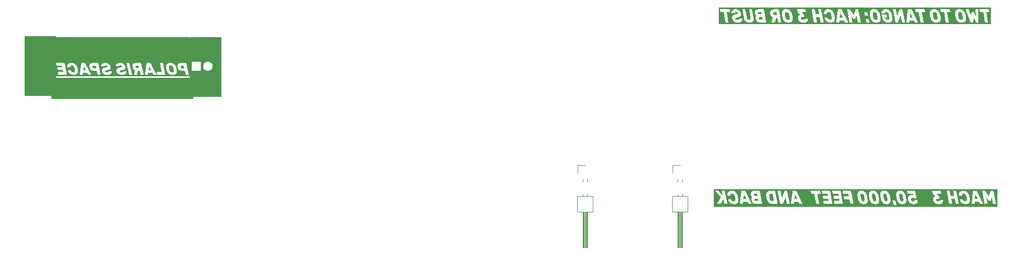
<source format=gbr>
%TF.GenerationSoftware,KiCad,Pcbnew,8.0.0*%
%TF.CreationDate,2024-08-29T00:31:50-07:00*%
%TF.ProjectId,sled,736c6564-2e6b-4696-9361-645f70636258,rev?*%
%TF.SameCoordinates,Original*%
%TF.FileFunction,Legend,Bot*%
%TF.FilePolarity,Positive*%
%FSLAX46Y46*%
G04 Gerber Fmt 4.6, Leading zero omitted, Abs format (unit mm)*
G04 Created by KiCad (PCBNEW 8.0.0) date 2024-08-29 00:31:50*
%MOMM*%
%LPD*%
G01*
G04 APERTURE LIST*
G04 Aperture macros list*
%AMHorizOval*
0 Thick line with rounded ends*
0 $1 width*
0 $2 $3 position (X,Y) of the first rounded end (center of the circle)*
0 $4 $5 position (X,Y) of the second rounded end (center of the circle)*
0 Add line between two ends*
20,1,$1,$2,$3,$4,$5,0*
0 Add two circle primitives to create the rounded ends*
1,1,$1,$2,$3*
1,1,$1,$4,$5*%
%AMRotRect*
0 Rectangle, with rotation*
0 The origin of the aperture is its center*
0 $1 length*
0 $2 width*
0 $3 Rotation angle, in degrees counterclockwise*
0 Add horizontal line*
21,1,$1,$2,0,0,$3*%
G04 Aperture macros list end*
%ADD10C,0.500000*%
%ADD11C,0.200000*%
%ADD12C,0.375000*%
%ADD13C,0.120000*%
%ADD14R,3.000000X3.000000*%
%ADD15C,3.000000*%
%ADD16C,6.400000*%
%ADD17R,1.000000X1.000000*%
%ADD18O,1.000000X1.000000*%
%ADD19R,1.700000X1.700000*%
%ADD20O,1.700000X1.700000*%
%ADD21C,3.800000*%
%ADD22RotRect,1.700000X1.700000X268.000000*%
%ADD23HorizOval,1.700000X0.000000X0.000000X0.000000X0.000000X0*%
%ADD24R,1.600000X1.600000*%
%ADD25C,1.600000*%
G04 APERTURE END LIST*
D10*
G36*
X212634535Y-74452254D02*
G01*
X212728339Y-74496451D01*
X212774684Y-74539968D01*
X212836017Y-74633491D01*
X212880324Y-74743164D01*
X212900713Y-74817489D01*
X212923928Y-74928714D01*
X212946795Y-75042286D01*
X212955424Y-75087317D01*
X212974963Y-75200386D01*
X212994106Y-75318186D01*
X213001341Y-75363739D01*
X213011144Y-75477177D01*
X212999510Y-75587129D01*
X212979848Y-75641809D01*
X212904866Y-75715998D01*
X212805456Y-75739858D01*
X212777615Y-75740727D01*
X212680186Y-75729104D01*
X212585732Y-75685395D01*
X212538745Y-75642359D01*
X212477190Y-75548927D01*
X212434394Y-75439499D01*
X212415647Y-75365387D01*
X212391519Y-75258209D01*
X212369125Y-75144994D01*
X212358983Y-75090614D01*
X212338581Y-74977040D01*
X212320629Y-74864610D01*
X212315019Y-74821886D01*
X212306156Y-74707131D01*
X212317858Y-74596125D01*
X212337001Y-74541068D01*
X212410518Y-74465642D01*
X212509456Y-74441384D01*
X212537280Y-74440501D01*
X212634535Y-74452254D01*
G37*
G36*
X214561123Y-74452254D02*
G01*
X214654927Y-74496451D01*
X214701272Y-74539968D01*
X214762604Y-74633491D01*
X214806911Y-74743164D01*
X214827301Y-74817489D01*
X214850515Y-74928714D01*
X214873383Y-75042286D01*
X214882011Y-75087317D01*
X214901551Y-75200386D01*
X214920693Y-75318186D01*
X214927929Y-75363739D01*
X214937731Y-75477177D01*
X214926097Y-75587129D01*
X214906436Y-75641809D01*
X214831453Y-75715998D01*
X214732043Y-75739858D01*
X214704203Y-75740727D01*
X214606774Y-75729104D01*
X214512319Y-75685395D01*
X214465333Y-75642359D01*
X214403777Y-75548927D01*
X214360981Y-75439499D01*
X214342235Y-75365387D01*
X214318106Y-75258209D01*
X214295712Y-75144994D01*
X214285570Y-75090614D01*
X214265168Y-74977040D01*
X214247217Y-74864610D01*
X214241607Y-74821886D01*
X214232744Y-74707131D01*
X214244446Y-74596125D01*
X214263588Y-74541068D01*
X214337106Y-74465642D01*
X214436044Y-74441384D01*
X214463868Y-74440501D01*
X214561123Y-74452254D01*
G37*
G36*
X216487711Y-74452254D02*
G01*
X216581514Y-74496451D01*
X216627859Y-74539968D01*
X216689192Y-74633491D01*
X216733499Y-74743164D01*
X216753889Y-74817489D01*
X216777103Y-74928714D01*
X216799970Y-75042286D01*
X216808599Y-75087317D01*
X216828138Y-75200386D01*
X216847281Y-75318186D01*
X216854517Y-75363739D01*
X216864319Y-75477177D01*
X216852685Y-75587129D01*
X216833023Y-75641809D01*
X216758041Y-75715998D01*
X216658631Y-75739858D01*
X216630790Y-75740727D01*
X216533362Y-75729104D01*
X216438907Y-75685395D01*
X216391921Y-75642359D01*
X216330365Y-75548927D01*
X216287569Y-75439499D01*
X216268822Y-75365387D01*
X216244694Y-75258209D01*
X216222300Y-75144994D01*
X216212158Y-75090614D01*
X216191756Y-74977040D01*
X216173804Y-74864610D01*
X216168194Y-74821886D01*
X216159331Y-74707131D01*
X216171034Y-74596125D01*
X216190176Y-74541068D01*
X216263693Y-74465642D01*
X216362632Y-74441384D01*
X216390455Y-74440501D01*
X216487711Y-74452254D01*
G37*
G36*
X219160704Y-74452254D02*
G01*
X219254508Y-74496451D01*
X219300853Y-74539968D01*
X219362186Y-74633491D01*
X219406493Y-74743164D01*
X219426882Y-74817489D01*
X219450097Y-74928714D01*
X219472964Y-75042286D01*
X219481593Y-75087317D01*
X219501132Y-75200386D01*
X219520275Y-75318186D01*
X219527510Y-75363739D01*
X219537312Y-75477177D01*
X219525678Y-75587129D01*
X219506017Y-75641809D01*
X219431034Y-75715998D01*
X219331625Y-75739858D01*
X219303784Y-75740727D01*
X219206355Y-75729104D01*
X219111901Y-75685395D01*
X219064914Y-75642359D01*
X219003358Y-75548927D01*
X218960563Y-75439499D01*
X218941816Y-75365387D01*
X218917687Y-75258209D01*
X218895293Y-75144994D01*
X218885152Y-75090614D01*
X218864750Y-74977040D01*
X218846798Y-74864610D01*
X218841188Y-74821886D01*
X218832325Y-74707131D01*
X218844027Y-74596125D01*
X218863170Y-74541068D01*
X218936687Y-74465642D01*
X219035625Y-74441384D01*
X219063449Y-74440501D01*
X219160704Y-74452254D01*
G37*
G36*
X193023742Y-75354396D02*
G01*
X192579709Y-75354396D01*
X192662263Y-74602067D01*
X193023742Y-75354396D01*
G37*
G36*
X195105180Y-75705556D02*
G01*
X194653819Y-75705556D01*
X194555564Y-75682363D01*
X194512158Y-75651701D01*
X194450763Y-75562584D01*
X194436443Y-75512116D01*
X194444045Y-75401966D01*
X194460378Y-75373081D01*
X194547974Y-75321802D01*
X194582011Y-75319225D01*
X195033372Y-75319225D01*
X195105180Y-75705556D01*
G37*
G36*
X194942514Y-74826282D02*
G01*
X194518020Y-74826282D01*
X194419956Y-74804463D01*
X194385152Y-74780120D01*
X194328548Y-74690166D01*
X194318718Y-74650977D01*
X194326209Y-74540439D01*
X194337280Y-74521833D01*
X194428586Y-74476799D01*
X194453051Y-74475672D01*
X194877545Y-74475672D01*
X194942514Y-74826282D01*
G37*
G36*
X197721509Y-75705556D02*
G01*
X197428418Y-75705556D01*
X197327050Y-75696473D01*
X197222315Y-75661594D01*
X197136025Y-75600556D01*
X197068179Y-75513358D01*
X197018777Y-75400002D01*
X197000993Y-75333513D01*
X196976917Y-75219626D01*
X196954264Y-75108687D01*
X196950190Y-75087317D01*
X196930522Y-74971564D01*
X196912776Y-74858529D01*
X196911111Y-74847714D01*
X196905271Y-74731797D01*
X196930071Y-74622263D01*
X196962402Y-74569644D01*
X197048729Y-74505405D01*
X197152639Y-74478975D01*
X197214949Y-74475672D01*
X197493875Y-74475672D01*
X197721509Y-75705556D01*
G37*
G36*
X201636722Y-75354396D02*
G01*
X201192688Y-75354396D01*
X201275242Y-74602067D01*
X201636722Y-75354396D01*
G37*
G36*
X232073288Y-75354396D02*
G01*
X231629255Y-75354396D01*
X231711809Y-74602067D01*
X232073288Y-75354396D01*
G37*
G36*
X235373882Y-76694696D02*
G01*
X187592863Y-76694696D01*
X187592863Y-74072854D01*
X187842863Y-74072854D01*
X187857517Y-74107475D01*
X188708948Y-75054344D01*
X188178452Y-76095185D01*
X188176010Y-76129806D01*
X188203365Y-76178166D01*
X188249771Y-76198500D01*
X188685012Y-76198500D01*
X188742165Y-76181464D01*
X188784175Y-76126509D01*
X189163728Y-75380774D01*
X189299039Y-76113869D01*
X189332256Y-76173770D01*
X189388920Y-76198500D01*
X189747468Y-76198500D01*
X189795340Y-76173220D01*
X189806087Y-76112770D01*
X189518242Y-74556401D01*
X189863884Y-74556401D01*
X189866773Y-74670177D01*
X189873986Y-74722418D01*
X189900853Y-74771327D01*
X189946771Y-74791661D01*
X190305808Y-74791661D01*
X190362472Y-74772427D01*
X190381034Y-74697139D01*
X190408495Y-74586841D01*
X190451865Y-74515239D01*
X190538083Y-74459185D01*
X190637047Y-74441668D01*
X190676568Y-74440501D01*
X190777280Y-74450751D01*
X190871755Y-74485704D01*
X190949143Y-74545464D01*
X191015913Y-74633383D01*
X191063119Y-74730132D01*
X191091781Y-74820787D01*
X191116561Y-74935177D01*
X191137776Y-75043034D01*
X191146980Y-75092263D01*
X191166809Y-75203082D01*
X191185429Y-75318697D01*
X191191921Y-75363739D01*
X191195538Y-75481487D01*
X191170935Y-75595615D01*
X191150888Y-75636863D01*
X191075808Y-75707864D01*
X190977668Y-75737076D01*
X190916903Y-75740727D01*
X190812789Y-75731896D01*
X190713113Y-75698687D01*
X190664356Y-75665989D01*
X190590296Y-75588798D01*
X190532980Y-75497358D01*
X190526603Y-75484089D01*
X190480197Y-75409900D01*
X190416205Y-75390117D01*
X190057168Y-75390117D01*
X190019066Y-75410450D01*
X190009785Y-75459360D01*
X190041685Y-75575453D01*
X190090122Y-75686331D01*
X190147061Y-75780509D01*
X190198341Y-75848438D01*
X190275827Y-75932588D01*
X190361739Y-76007532D01*
X190456078Y-76073272D01*
X190545537Y-76123243D01*
X190558843Y-76129806D01*
X190653287Y-76170277D01*
X190749835Y-76200807D01*
X190848487Y-76221397D01*
X190949242Y-76232048D01*
X191007762Y-76233670D01*
X191114968Y-76228122D01*
X191213901Y-76211476D01*
X191316834Y-76178864D01*
X191408959Y-76131758D01*
X191413596Y-76128707D01*
X191991572Y-76128707D01*
X192018438Y-76178166D01*
X192064845Y-76198500D01*
X192409715Y-76198500D01*
X192477615Y-76174319D01*
X192501062Y-76117167D01*
X192528418Y-75847339D01*
X193256750Y-75847339D01*
X193383267Y-76117167D01*
X193427720Y-76174319D01*
X193505389Y-76198500D01*
X193850260Y-76198500D01*
X193888850Y-76177617D01*
X193897154Y-76127608D01*
X193877615Y-76080347D01*
X193079092Y-74432257D01*
X193793580Y-74432257D01*
X193794136Y-74543051D01*
X193806785Y-74638337D01*
X193809879Y-74650977D01*
X193833621Y-74747972D01*
X193878126Y-74854000D01*
X193901551Y-74892228D01*
X193967618Y-74976995D01*
X194033930Y-75038957D01*
X193965423Y-75122999D01*
X193924055Y-75227550D01*
X193922556Y-75234595D01*
X193912624Y-75351079D01*
X193922769Y-75469612D01*
X193929394Y-75509368D01*
X193930042Y-75512116D01*
X193954668Y-75616594D01*
X193996178Y-75732998D01*
X194050638Y-75840041D01*
X194118048Y-75937721D01*
X194174126Y-76001762D01*
X194263568Y-76078420D01*
X194350614Y-76129142D01*
X194447242Y-76166030D01*
X194553454Y-76189085D01*
X194669248Y-76198307D01*
X194689478Y-76198500D01*
X195628836Y-76198500D01*
X195676708Y-76173220D01*
X195687454Y-76112770D01*
X195414622Y-74637568D01*
X196396128Y-74637568D01*
X196396243Y-74731797D01*
X196396273Y-74756253D01*
X196407971Y-74865849D01*
X196425648Y-74981125D01*
X196443522Y-75090627D01*
X196444119Y-75093911D01*
X196466788Y-75204121D01*
X196491013Y-75315378D01*
X196519845Y-75425993D01*
X196557184Y-75530876D01*
X196603032Y-75630025D01*
X196657389Y-75723442D01*
X196692270Y-75774250D01*
X196758828Y-75857370D01*
X196831557Y-75932180D01*
X196910457Y-75998680D01*
X196995528Y-76056871D01*
X197046910Y-76086392D01*
X197140486Y-76130075D01*
X197237849Y-76163028D01*
X197338998Y-76185252D01*
X197443935Y-76196748D01*
X197505598Y-76198500D01*
X198245166Y-76198500D01*
X198293037Y-76173220D01*
X198303784Y-76112770D01*
X197925696Y-74068458D01*
X198352632Y-74068458D01*
X198730720Y-76112770D01*
X198763937Y-76173220D01*
X198820602Y-76198500D01*
X199105389Y-76198500D01*
X199172311Y-76174869D01*
X199204551Y-76126509D01*
X199632953Y-75054344D01*
X199828836Y-76113869D01*
X199862053Y-76173770D01*
X199918718Y-76198500D01*
X200277266Y-76198500D01*
X200325138Y-76173220D01*
X200333051Y-76128707D01*
X200604551Y-76128707D01*
X200631418Y-76178166D01*
X200677824Y-76198500D01*
X201022695Y-76198500D01*
X201090595Y-76174319D01*
X201114042Y-76117167D01*
X201141397Y-75847339D01*
X201869729Y-75847339D01*
X201996247Y-76117167D01*
X202040699Y-76174319D01*
X202118369Y-76198500D01*
X202463240Y-76198500D01*
X202501830Y-76177617D01*
X202510134Y-76127608D01*
X202490595Y-76080347D01*
X201524859Y-74087142D01*
X201508489Y-74065710D01*
X203892060Y-74065710D01*
X203952632Y-74392690D01*
X203985361Y-74450942D01*
X204041537Y-74475672D01*
X204523184Y-74475672D01*
X204825556Y-76112221D01*
X204859262Y-76173220D01*
X204915926Y-76198500D01*
X205274475Y-76198500D01*
X205322346Y-76173220D01*
X205332605Y-76112221D01*
X205030232Y-74475672D01*
X205512367Y-74475672D01*
X205560239Y-74450942D01*
X205570986Y-74392690D01*
X205510413Y-74065710D01*
X205748794Y-74065710D01*
X205809367Y-74392690D01*
X205842095Y-74450942D01*
X205898759Y-74475672D01*
X206741886Y-74475672D01*
X206806854Y-74826832D01*
X206023812Y-74826832D01*
X205976429Y-74851561D01*
X205964705Y-74909813D01*
X206025277Y-75236793D01*
X206058494Y-75295045D01*
X206115159Y-75319775D01*
X206898201Y-75319775D01*
X206969520Y-75705556D01*
X206104412Y-75705556D01*
X206056540Y-75730286D01*
X206045305Y-75788538D01*
X206105877Y-76115518D01*
X206138606Y-76173770D01*
X206195270Y-76198500D01*
X207493177Y-76198500D01*
X207541048Y-76173220D01*
X207551795Y-76112770D01*
X207173707Y-74068458D01*
X207172219Y-74065710D01*
X207548376Y-74065710D01*
X207608948Y-74392690D01*
X207641676Y-74450942D01*
X207698341Y-74475672D01*
X208541467Y-74475672D01*
X208606436Y-74826832D01*
X207823393Y-74826832D01*
X207776010Y-74851561D01*
X207764286Y-74909813D01*
X207824859Y-75236793D01*
X207858076Y-75295045D01*
X207914740Y-75319775D01*
X208697782Y-75319775D01*
X208769101Y-75705556D01*
X207903993Y-75705556D01*
X207856122Y-75730286D01*
X207844886Y-75788538D01*
X207905459Y-76115518D01*
X207938187Y-76173770D01*
X207994852Y-76198500D01*
X209292758Y-76198500D01*
X209340630Y-76173220D01*
X209351376Y-76112770D01*
X208973288Y-74068458D01*
X208971800Y-74065710D01*
X209300574Y-74065710D01*
X209361146Y-74392690D01*
X209393875Y-74450942D01*
X209449562Y-74475672D01*
X210268752Y-74475672D01*
X210353260Y-74931795D01*
X209589269Y-74931795D01*
X209541397Y-74956525D01*
X209530162Y-75014777D01*
X209590734Y-75341757D01*
X209623463Y-75400009D01*
X209680127Y-75424738D01*
X210444119Y-75424738D01*
X210571614Y-76112770D01*
X210604831Y-76173220D01*
X210661495Y-76198500D01*
X211020043Y-76198500D01*
X211067915Y-76173220D01*
X211078662Y-76112770D01*
X210803684Y-74625972D01*
X211792675Y-74625972D01*
X211796191Y-74707131D01*
X211797462Y-74736461D01*
X211805040Y-74805949D01*
X211821262Y-74915107D01*
X211840388Y-75025853D01*
X211853400Y-75097209D01*
X211874819Y-75209780D01*
X211898242Y-75324029D01*
X211911530Y-75381874D01*
X211942998Y-75495523D01*
X211981836Y-75602572D01*
X212028044Y-75703020D01*
X212081622Y-75796867D01*
X212142571Y-75884113D01*
X212210890Y-75964758D01*
X212240281Y-75995167D01*
X212318729Y-76063877D01*
X212404477Y-76120940D01*
X212497523Y-76166359D01*
X212597868Y-76200131D01*
X212705511Y-76222258D01*
X212820453Y-76232739D01*
X212868473Y-76233670D01*
X212984188Y-76227781D01*
X213088311Y-76210111D01*
X213197957Y-76173358D01*
X213290910Y-76119642D01*
X213367171Y-76048963D01*
X213408739Y-75992420D01*
X213458432Y-75897140D01*
X213493941Y-75792239D01*
X213515265Y-75677716D01*
X213522403Y-75553572D01*
X213517516Y-75442770D01*
X213509855Y-75373081D01*
X213492192Y-75262736D01*
X213473402Y-75151751D01*
X213462960Y-75093911D01*
X213442070Y-74985930D01*
X213418806Y-74872277D01*
X213405319Y-74808147D01*
X213373699Y-74693335D01*
X213349408Y-74625972D01*
X213719263Y-74625972D01*
X213722779Y-74707131D01*
X213724050Y-74736461D01*
X213731628Y-74805949D01*
X213747849Y-74915107D01*
X213766976Y-75025853D01*
X213779988Y-75097209D01*
X213801407Y-75209780D01*
X213824830Y-75324029D01*
X213838117Y-75381874D01*
X213869585Y-75495523D01*
X213908423Y-75602572D01*
X213954631Y-75703020D01*
X214008210Y-75796867D01*
X214069158Y-75884113D01*
X214137477Y-75964758D01*
X214166868Y-75995167D01*
X214245317Y-76063877D01*
X214331064Y-76120940D01*
X214424110Y-76166359D01*
X214524455Y-76200131D01*
X214632098Y-76222258D01*
X214747040Y-76232739D01*
X214795061Y-76233670D01*
X214910776Y-76227781D01*
X215014899Y-76210111D01*
X215124545Y-76173358D01*
X215217498Y-76119642D01*
X215293759Y-76048963D01*
X215335326Y-75992420D01*
X215385020Y-75897140D01*
X215420529Y-75792239D01*
X215441852Y-75677716D01*
X215448991Y-75553572D01*
X215444103Y-75442770D01*
X215436443Y-75373081D01*
X215418780Y-75262736D01*
X215399989Y-75151751D01*
X215389548Y-75093911D01*
X215368658Y-74985930D01*
X215345393Y-74872277D01*
X215331907Y-74808147D01*
X215300286Y-74693335D01*
X215275996Y-74625972D01*
X215645850Y-74625972D01*
X215649366Y-74707131D01*
X215650637Y-74736461D01*
X215658215Y-74805949D01*
X215674437Y-74915107D01*
X215693564Y-75025853D01*
X215706575Y-75097209D01*
X215727994Y-75209780D01*
X215751417Y-75324029D01*
X215764705Y-75381874D01*
X215796173Y-75495523D01*
X215835011Y-75602572D01*
X215881219Y-75703020D01*
X215934797Y-75796867D01*
X215995746Y-75884113D01*
X216064065Y-75964758D01*
X216093456Y-75995167D01*
X216171905Y-76063877D01*
X216257652Y-76120940D01*
X216350698Y-76166359D01*
X216451043Y-76200131D01*
X216558686Y-76222258D01*
X216673628Y-76232739D01*
X216721648Y-76233670D01*
X216837363Y-76227781D01*
X216941486Y-76210111D01*
X217051132Y-76173358D01*
X217144086Y-76119642D01*
X217220347Y-76048963D01*
X217261914Y-75992420D01*
X217311608Y-75897140D01*
X217347116Y-75792239D01*
X217368440Y-75677716D01*
X217368546Y-75675881D01*
X217657099Y-75675881D01*
X217664426Y-75698412D01*
X217996596Y-76341382D01*
X218065753Y-76424921D01*
X218133861Y-76444696D01*
X218339025Y-76444696D01*
X218377615Y-76423814D01*
X218386896Y-76374354D01*
X218385431Y-76367760D01*
X218182221Y-75727538D01*
X218128976Y-75637962D01*
X218041048Y-75600593D01*
X217703993Y-75600593D01*
X217665403Y-75623124D01*
X217657099Y-75675881D01*
X217368546Y-75675881D01*
X217375578Y-75553572D01*
X217370691Y-75442770D01*
X217363030Y-75373081D01*
X217345367Y-75262736D01*
X217326577Y-75151751D01*
X217316136Y-75093911D01*
X217295245Y-74985930D01*
X217271981Y-74872277D01*
X217258494Y-74808147D01*
X217226874Y-74693335D01*
X217202583Y-74625972D01*
X218318844Y-74625972D01*
X218322360Y-74707131D01*
X218323631Y-74736461D01*
X218331209Y-74805949D01*
X218347430Y-74915107D01*
X218366557Y-75025853D01*
X218379569Y-75097209D01*
X218400988Y-75209780D01*
X218424411Y-75324029D01*
X218437699Y-75381874D01*
X218469166Y-75495523D01*
X218508004Y-75602572D01*
X218554213Y-75703020D01*
X218607791Y-75796867D01*
X218668740Y-75884113D01*
X218737058Y-75964758D01*
X218766450Y-75995167D01*
X218844898Y-76063877D01*
X218930646Y-76120940D01*
X219023692Y-76166359D01*
X219124036Y-76200131D01*
X219231680Y-76222258D01*
X219346622Y-76232739D01*
X219394642Y-76233670D01*
X219510357Y-76227781D01*
X219614480Y-76210111D01*
X219724126Y-76173358D01*
X219817079Y-76119642D01*
X219893340Y-76048963D01*
X219934907Y-75992420D01*
X219984601Y-75897140D01*
X220020110Y-75792239D01*
X220041434Y-75677716D01*
X220048572Y-75553572D01*
X220043685Y-75442770D01*
X220036024Y-75373081D01*
X220018361Y-75262736D01*
X219999571Y-75151751D01*
X219989129Y-75093911D01*
X219968239Y-74985930D01*
X219944975Y-74872277D01*
X219931488Y-74808147D01*
X219899868Y-74693335D01*
X219860877Y-74585205D01*
X219814516Y-74483756D01*
X219760785Y-74388989D01*
X219699684Y-74300903D01*
X219631212Y-74219499D01*
X219601760Y-74188808D01*
X219522889Y-74119307D01*
X219442942Y-74065710D01*
X220186966Y-74065710D01*
X220247538Y-74392690D01*
X220280267Y-74450942D01*
X220336443Y-74475672D01*
X221133163Y-74475672D01*
X221206436Y-74763634D01*
X221116170Y-74719518D01*
X221014801Y-74692277D01*
X220936792Y-74686148D01*
X220833904Y-74691746D01*
X220727352Y-74711429D01*
X220630538Y-74745282D01*
X220571404Y-74775724D01*
X220485042Y-74839652D01*
X220415852Y-74919465D01*
X220363836Y-75015163D01*
X220355494Y-75036209D01*
X220325784Y-75149467D01*
X220317154Y-75262412D01*
X220325681Y-75385789D01*
X220334977Y-75443972D01*
X220363645Y-75564220D01*
X220403732Y-75675469D01*
X220455236Y-75777719D01*
X220518159Y-75870970D01*
X220590364Y-75954432D01*
X220670200Y-76027316D01*
X220757670Y-76089621D01*
X220852772Y-76141347D01*
X220953339Y-76181738D01*
X221057692Y-76210590D01*
X221165830Y-76227900D01*
X221263557Y-76233580D01*
X221277755Y-76233670D01*
X221379472Y-76229174D01*
X221486275Y-76213022D01*
X221583002Y-76185124D01*
X221679778Y-76139698D01*
X221770854Y-76075062D01*
X221843803Y-75998619D01*
X221903109Y-75900895D01*
X221907413Y-75891303D01*
X221942502Y-75781967D01*
X221955080Y-75667047D01*
X221946980Y-75557728D01*
X221920113Y-75508269D01*
X221873707Y-75487386D01*
X221525905Y-75487386D01*
X221439572Y-75538960D01*
X221437978Y-75542341D01*
X221386904Y-75638220D01*
X221348585Y-75687971D01*
X221256692Y-75734493D01*
X221186896Y-75740727D01*
X221083713Y-75725686D01*
X220990441Y-75680561D01*
X220965612Y-75662142D01*
X220893538Y-75581224D01*
X220849139Y-75476954D01*
X220841537Y-75442873D01*
X220841723Y-75331185D01*
X220880127Y-75252730D01*
X220967814Y-75193186D01*
X221063798Y-75179091D01*
X221141956Y-75192830D01*
X221232325Y-75234046D01*
X221309506Y-75264820D01*
X221737420Y-75264820D01*
X221787245Y-75240091D01*
X221795061Y-75180740D01*
X221507627Y-74067908D01*
X224392339Y-74067908D01*
X224454377Y-74403131D01*
X224510250Y-74494230D01*
X224529604Y-74513590D01*
X224931628Y-74898822D01*
X224832221Y-74936432D01*
X224737321Y-74992455D01*
X224660350Y-75062997D01*
X224618997Y-75118091D01*
X224570482Y-75223396D01*
X224550883Y-75332027D01*
X224554082Y-75453787D01*
X224562821Y-75512116D01*
X224593739Y-75638507D01*
X224637399Y-75753075D01*
X224693802Y-75855819D01*
X224762947Y-75946739D01*
X224844835Y-76025835D01*
X224874963Y-76049572D01*
X224972199Y-76112137D01*
X225079257Y-76161757D01*
X225175976Y-76193219D01*
X225279517Y-76215692D01*
X225389880Y-76229176D01*
X225507064Y-76233670D01*
X225612461Y-76229489D01*
X225710237Y-76216946D01*
X225812652Y-76192371D01*
X225915971Y-76151668D01*
X225926673Y-76146293D01*
X226014605Y-76092796D01*
X226094270Y-76023158D01*
X226159973Y-75934159D01*
X226169450Y-75916582D01*
X226210002Y-75807437D01*
X226223214Y-75693501D01*
X226216833Y-75614881D01*
X226190455Y-75566521D01*
X226144049Y-75546188D01*
X225799178Y-75546188D01*
X225731279Y-75564323D01*
X225678522Y-75620926D01*
X225605094Y-75695174D01*
X225582290Y-75709953D01*
X225486521Y-75737091D01*
X225416205Y-75740727D01*
X225311934Y-75731658D01*
X225215870Y-75701604D01*
X225185640Y-75685773D01*
X225106944Y-75612376D01*
X225072311Y-75523657D01*
X225083722Y-75410098D01*
X225125556Y-75361540D01*
X225221088Y-75318232D01*
X225318699Y-75306253D01*
X225335605Y-75306036D01*
X225563240Y-75306036D01*
X225610623Y-75280207D01*
X225620881Y-75218658D01*
X225569590Y-74939489D01*
X225543700Y-74881237D01*
X225490455Y-74822985D01*
X225135815Y-74475672D01*
X225850958Y-74475672D01*
X225898341Y-74450942D01*
X225909087Y-74392690D01*
X225849024Y-74068458D01*
X226855773Y-74068458D01*
X227233861Y-76112770D01*
X227267078Y-76173220D01*
X227323742Y-76198500D01*
X227682290Y-76198500D01*
X227729674Y-76172671D01*
X227740420Y-76111122D01*
X227594363Y-75319775D01*
X228202039Y-75319775D01*
X228348096Y-76111122D01*
X228381314Y-76172671D01*
X228438466Y-76198500D01*
X228797015Y-76198500D01*
X228844886Y-76174869D01*
X228855633Y-76112770D01*
X228567788Y-74556401D01*
X228913430Y-74556401D01*
X228916320Y-74670177D01*
X228923533Y-74722418D01*
X228950399Y-74771327D01*
X228996317Y-74791661D01*
X229355354Y-74791661D01*
X229412018Y-74772427D01*
X229430581Y-74697139D01*
X229458041Y-74586841D01*
X229501411Y-74515239D01*
X229587629Y-74459185D01*
X229686593Y-74441668D01*
X229726115Y-74440501D01*
X229826827Y-74450751D01*
X229921301Y-74485704D01*
X229998690Y-74545464D01*
X230065460Y-74633383D01*
X230112665Y-74730132D01*
X230141327Y-74820787D01*
X230166107Y-74935177D01*
X230187322Y-75043034D01*
X230196526Y-75092263D01*
X230216356Y-75203082D01*
X230234976Y-75318697D01*
X230241467Y-75363739D01*
X230245085Y-75481487D01*
X230220481Y-75595615D01*
X230200434Y-75636863D01*
X230125354Y-75707864D01*
X230027215Y-75737076D01*
X229966450Y-75740727D01*
X229862336Y-75731896D01*
X229762659Y-75698687D01*
X229713903Y-75665989D01*
X229639843Y-75588798D01*
X229582527Y-75497358D01*
X229576150Y-75484089D01*
X229529743Y-75409900D01*
X229465752Y-75390117D01*
X229106715Y-75390117D01*
X229068613Y-75410450D01*
X229059332Y-75459360D01*
X229091231Y-75575453D01*
X229139668Y-75686331D01*
X229196608Y-75780509D01*
X229247887Y-75848438D01*
X229325373Y-75932588D01*
X229411286Y-76007532D01*
X229505624Y-76073272D01*
X229595083Y-76123243D01*
X229608390Y-76129806D01*
X229702834Y-76170277D01*
X229799382Y-76200807D01*
X229898033Y-76221397D01*
X229998789Y-76232048D01*
X230057308Y-76233670D01*
X230164515Y-76228122D01*
X230263447Y-76211476D01*
X230366380Y-76178864D01*
X230458505Y-76131758D01*
X230463142Y-76128707D01*
X231041118Y-76128707D01*
X231067985Y-76178166D01*
X231114391Y-76198500D01*
X231459262Y-76198500D01*
X231527161Y-76174319D01*
X231550609Y-76117167D01*
X231577964Y-75847339D01*
X232306296Y-75847339D01*
X232432814Y-76117167D01*
X232477266Y-76174319D01*
X232554935Y-76198500D01*
X232899806Y-76198500D01*
X232938397Y-76177617D01*
X232946701Y-76127608D01*
X232927161Y-76080347D01*
X231961425Y-74087142D01*
X231947155Y-74068458D01*
X232839234Y-74068458D01*
X233217322Y-76112770D01*
X233250539Y-76173220D01*
X233307203Y-76198500D01*
X233665752Y-76198500D01*
X233713623Y-76173220D01*
X233724370Y-76113320D01*
X233531418Y-75070830D01*
X233884593Y-75587953D01*
X233937350Y-75644557D01*
X234000364Y-75666539D01*
X234175242Y-75666539D01*
X234230441Y-75644557D01*
X234262681Y-75587953D01*
X234423882Y-75070830D01*
X234616833Y-76113320D01*
X234650050Y-76173220D01*
X234706715Y-76198500D01*
X235065263Y-76198500D01*
X235113135Y-76173220D01*
X235123882Y-76112770D01*
X234745794Y-74068458D01*
X234713065Y-74008008D01*
X234655912Y-73982728D01*
X234338397Y-73982728D01*
X234249870Y-74035389D01*
X234236303Y-74069007D01*
X233955424Y-74951579D01*
X233348725Y-74069007D01*
X233274375Y-73996968D01*
X233215368Y-73982728D01*
X232897852Y-73982728D01*
X232850469Y-74008008D01*
X232839234Y-74068458D01*
X231947155Y-74068458D01*
X231904761Y-74012953D01*
X231819764Y-73982728D01*
X231375731Y-73982728D01*
X231301969Y-74012953D01*
X231271683Y-74087142D01*
X231126415Y-75354396D01*
X231043072Y-76081446D01*
X231041118Y-76128707D01*
X230463142Y-76128707D01*
X230479848Y-76117716D01*
X230566213Y-76046232D01*
X230636812Y-75962229D01*
X230691647Y-75865706D01*
X230715298Y-75806673D01*
X230745296Y-75693501D01*
X230759451Y-75573461D01*
X230758733Y-75460993D01*
X230749981Y-75373081D01*
X230732449Y-75258287D01*
X230714024Y-75147921D01*
X230709436Y-75122488D01*
X230688271Y-75013875D01*
X230665198Y-74901570D01*
X230645445Y-74808147D01*
X230613846Y-74691609D01*
X230571317Y-74580497D01*
X230517858Y-74474813D01*
X230453470Y-74374555D01*
X230378884Y-74281956D01*
X230295323Y-74199250D01*
X230214843Y-74134996D01*
X230127492Y-74078315D01*
X230101272Y-74063512D01*
X230006487Y-74018330D01*
X229907635Y-73984246D01*
X229804716Y-73961259D01*
X229697729Y-73949369D01*
X229634768Y-73947557D01*
X229534633Y-73952527D01*
X229427235Y-73970379D01*
X229327348Y-74001214D01*
X229234970Y-74045032D01*
X229223951Y-74051422D01*
X229132804Y-74115714D01*
X229056649Y-74191743D01*
X228995486Y-74279509D01*
X228967985Y-74333339D01*
X228931882Y-74436102D01*
X228913430Y-74556401D01*
X228567788Y-74556401D01*
X228477545Y-74068458D01*
X228444817Y-74008008D01*
X228387664Y-73982728D01*
X228029115Y-73982728D01*
X227981732Y-74008008D01*
X227970497Y-74067908D01*
X228110692Y-74826832D01*
X227503016Y-74826832D01*
X227362821Y-74067908D01*
X227330092Y-74008008D01*
X227272939Y-73982728D01*
X226914391Y-73982728D01*
X226867008Y-74008008D01*
X226855773Y-74068458D01*
X225849024Y-74068458D01*
X225848515Y-74065710D01*
X225816275Y-74007458D01*
X225760099Y-73982728D01*
X224450469Y-73982728D01*
X224403575Y-74008008D01*
X224392339Y-74067908D01*
X221507627Y-74067908D01*
X221507343Y-74066809D01*
X221473637Y-74008008D01*
X221417950Y-73982728D01*
X220245584Y-73982728D01*
X220198201Y-74007458D01*
X220186966Y-74065710D01*
X219442942Y-74065710D01*
X219436791Y-74061586D01*
X219343466Y-74015645D01*
X219242914Y-73981483D01*
X219135135Y-73959102D01*
X219020128Y-73948500D01*
X218972102Y-73947557D01*
X218856399Y-73953434D01*
X218752312Y-73971063D01*
X218642741Y-74007733D01*
X218549896Y-74061326D01*
X218473778Y-74131844D01*
X218432325Y-74188259D01*
X218382780Y-74283313D01*
X218347352Y-74387950D01*
X218326040Y-74502170D01*
X218318844Y-74625972D01*
X217202583Y-74625972D01*
X217187883Y-74585205D01*
X217141522Y-74483756D01*
X217087791Y-74388989D01*
X217026690Y-74300903D01*
X216958219Y-74219499D01*
X216928766Y-74188808D01*
X216849896Y-74119307D01*
X216763798Y-74061586D01*
X216670472Y-74015645D01*
X216569920Y-73981483D01*
X216462141Y-73959102D01*
X216347135Y-73948500D01*
X216299108Y-73947557D01*
X216183405Y-73953434D01*
X216079318Y-73971063D01*
X215969747Y-74007733D01*
X215876902Y-74061326D01*
X215800784Y-74131844D01*
X215759332Y-74188259D01*
X215709787Y-74283313D01*
X215674358Y-74387950D01*
X215653046Y-74502170D01*
X215645850Y-74625972D01*
X215275996Y-74625972D01*
X215261296Y-74585205D01*
X215214935Y-74483756D01*
X215161204Y-74388989D01*
X215100103Y-74300903D01*
X215031631Y-74219499D01*
X215002179Y-74188808D01*
X214923308Y-74119307D01*
X214837210Y-74061586D01*
X214743885Y-74015645D01*
X214643333Y-73981483D01*
X214535553Y-73959102D01*
X214420547Y-73948500D01*
X214372521Y-73947557D01*
X214256818Y-73953434D01*
X214152731Y-73971063D01*
X214043159Y-74007733D01*
X213950315Y-74061326D01*
X213874197Y-74131844D01*
X213832744Y-74188259D01*
X213783199Y-74283313D01*
X213747770Y-74387950D01*
X213726458Y-74502170D01*
X213719263Y-74625972D01*
X213349408Y-74625972D01*
X213334708Y-74585205D01*
X213288347Y-74483756D01*
X213234616Y-74388989D01*
X213173515Y-74300903D01*
X213105044Y-74219499D01*
X213075591Y-74188808D01*
X212996720Y-74119307D01*
X212910622Y-74061586D01*
X212817297Y-74015645D01*
X212716745Y-73981483D01*
X212608966Y-73959102D01*
X212493959Y-73948500D01*
X212445933Y-73947557D01*
X212330230Y-73953434D01*
X212226143Y-73971063D01*
X212116572Y-74007733D01*
X212023727Y-74061326D01*
X211947609Y-74131844D01*
X211906157Y-74188259D01*
X211856611Y-74283313D01*
X211821183Y-74387950D01*
X211799871Y-74502170D01*
X211792675Y-74625972D01*
X210803684Y-74625972D01*
X210700574Y-74068458D01*
X210667845Y-74008008D01*
X210610692Y-73982728D01*
X209358704Y-73982728D01*
X209311809Y-74007458D01*
X209300574Y-74065710D01*
X208971800Y-74065710D01*
X208940560Y-74008008D01*
X208883407Y-73982728D01*
X207607482Y-73982728D01*
X207559611Y-74007458D01*
X207548376Y-74065710D01*
X207172219Y-74065710D01*
X207140979Y-74008008D01*
X207083826Y-73982728D01*
X205807901Y-73982728D01*
X205760030Y-74007458D01*
X205748794Y-74065710D01*
X205510413Y-74065710D01*
X205478173Y-74007458D01*
X205421509Y-73982728D01*
X203950678Y-73982728D01*
X203903295Y-74007458D01*
X203892060Y-74065710D01*
X201508489Y-74065710D01*
X201468194Y-74012953D01*
X201383198Y-73982728D01*
X200939164Y-73982728D01*
X200865403Y-74012953D01*
X200835117Y-74087142D01*
X200689849Y-75354396D01*
X200606505Y-76081446D01*
X200604551Y-76128707D01*
X200333051Y-76128707D01*
X200335884Y-76112770D01*
X199957796Y-74068458D01*
X199925068Y-74008008D01*
X199867915Y-73982728D01*
X199583128Y-73982728D01*
X199516694Y-74006908D01*
X199484454Y-74056368D01*
X199058983Y-75148316D01*
X198859192Y-74069007D01*
X198826464Y-74008557D01*
X198769311Y-73982728D01*
X198411251Y-73982728D01*
X198363868Y-74008008D01*
X198352632Y-74068458D01*
X197925696Y-74068458D01*
X197892967Y-74008008D01*
X197835815Y-73982728D01*
X197109925Y-73982728D01*
X197004601Y-73988119D01*
X196906617Y-74004292D01*
X196803623Y-74035976D01*
X196710216Y-74081743D01*
X196688362Y-74095385D01*
X196599211Y-74165488D01*
X196525747Y-74249675D01*
X196467972Y-74347946D01*
X196442653Y-74408627D01*
X196410088Y-74525890D01*
X196396128Y-74637568D01*
X195414622Y-74637568D01*
X195309367Y-74068458D01*
X195276638Y-74008008D01*
X195219485Y-73982728D01*
X194337769Y-73982728D01*
X194227829Y-73988636D01*
X194131017Y-74006359D01*
X194037796Y-74040420D01*
X193976778Y-74077250D01*
X193899525Y-74148403D01*
X193839739Y-74240096D01*
X193811669Y-74318501D01*
X193793580Y-74432257D01*
X193079092Y-74432257D01*
X192911879Y-74087142D01*
X192855214Y-74012953D01*
X192770218Y-73982728D01*
X192326184Y-73982728D01*
X192252423Y-74012953D01*
X192222137Y-74087142D01*
X192076869Y-75354396D01*
X191993526Y-76081446D01*
X191991572Y-76128707D01*
X191413596Y-76128707D01*
X191430302Y-76117716D01*
X191516666Y-76046232D01*
X191587266Y-75962229D01*
X191642100Y-75865706D01*
X191665752Y-75806673D01*
X191695749Y-75693501D01*
X191709904Y-75573461D01*
X191709187Y-75460993D01*
X191700434Y-75373081D01*
X191682903Y-75258287D01*
X191664477Y-75147921D01*
X191659890Y-75122488D01*
X191638724Y-75013875D01*
X191615651Y-74901570D01*
X191595898Y-74808147D01*
X191564299Y-74691609D01*
X191521771Y-74580497D01*
X191468312Y-74474813D01*
X191403923Y-74374555D01*
X191329338Y-74281956D01*
X191245776Y-74199250D01*
X191165297Y-74134996D01*
X191077945Y-74078315D01*
X191051725Y-74063512D01*
X190956940Y-74018330D01*
X190858088Y-73984246D01*
X190755169Y-73961259D01*
X190648183Y-73949369D01*
X190585221Y-73947557D01*
X190485087Y-73952527D01*
X190377689Y-73970379D01*
X190277801Y-74001214D01*
X190185424Y-74045032D01*
X190174405Y-74051422D01*
X190083258Y-74115714D01*
X190007102Y-74191743D01*
X189945940Y-74279509D01*
X189918438Y-74333339D01*
X189882336Y-74436102D01*
X189863884Y-74556401D01*
X189518242Y-74556401D01*
X189427999Y-74068458D01*
X189395270Y-74008008D01*
X189338117Y-73982728D01*
X188979569Y-73982728D01*
X188932186Y-74008557D01*
X188921439Y-74069557D01*
X189046980Y-74750445D01*
X188436861Y-74053620D01*
X188383128Y-74001963D01*
X188313763Y-73982728D01*
X187886826Y-73982728D01*
X187849213Y-74009656D01*
X187842863Y-74072854D01*
X187592863Y-74072854D01*
X187592863Y-73697557D01*
X235373882Y-73697557D01*
X235373882Y-76694696D01*
G37*
D11*
X71374000Y-48006000D02*
X76530200Y-48006000D01*
X76530200Y-57912000D01*
X71374000Y-57912000D01*
X71374000Y-48006000D01*
G36*
X71374000Y-48006000D02*
G01*
X76530200Y-48006000D01*
X76530200Y-57912000D01*
X71374000Y-57912000D01*
X71374000Y-48006000D01*
G37*
D10*
G36*
X199941219Y-43845644D02*
G01*
X200040103Y-43886589D01*
X200103898Y-43936266D01*
X200174285Y-44022742D01*
X200224083Y-44119256D01*
X200254351Y-44210489D01*
X200280991Y-44323149D01*
X200303076Y-44430839D01*
X200312481Y-44480317D01*
X200332196Y-44593892D01*
X200348438Y-44703503D01*
X200354979Y-44756739D01*
X200357582Y-44866812D01*
X200334463Y-44975801D01*
X200306131Y-45031512D01*
X200229101Y-45101386D01*
X200134350Y-45130134D01*
X200077031Y-45133727D01*
X199972566Y-45121649D01*
X199873876Y-45080923D01*
X199810318Y-45031512D01*
X199739632Y-44944701D01*
X199689682Y-44848016D01*
X199659376Y-44756739D01*
X199633396Y-44646217D01*
X199611277Y-44538592D01*
X199600269Y-44480317D01*
X199580233Y-44366123D01*
X199563631Y-44252626D01*
X199558748Y-44210489D01*
X199556145Y-44100481D01*
X199579264Y-43991736D01*
X199607596Y-43936266D01*
X199684626Y-43866016D01*
X199779377Y-43837113D01*
X199836696Y-43833501D01*
X199941219Y-43845644D01*
G37*
G36*
X214761875Y-43845644D02*
G01*
X214860759Y-43886589D01*
X214924554Y-43936266D01*
X214994941Y-44022742D01*
X215044739Y-44119256D01*
X215075007Y-44210489D01*
X215101647Y-44323149D01*
X215123732Y-44430839D01*
X215133137Y-44480317D01*
X215152852Y-44593892D01*
X215169094Y-44703503D01*
X215175635Y-44756739D01*
X215178238Y-44866812D01*
X215155119Y-44975801D01*
X215126787Y-45031512D01*
X215049757Y-45101386D01*
X214955006Y-45130134D01*
X214897687Y-45133727D01*
X214793222Y-45121649D01*
X214694532Y-45080923D01*
X214630974Y-45031512D01*
X214560288Y-44944701D01*
X214510338Y-44848016D01*
X214480032Y-44756739D01*
X214454052Y-44646217D01*
X214431933Y-44538592D01*
X214420925Y-44480317D01*
X214400889Y-44366123D01*
X214384286Y-44252626D01*
X214379404Y-44210489D01*
X214376801Y-44100481D01*
X214399920Y-43991736D01*
X214428252Y-43936266D01*
X214505282Y-43866016D01*
X214600033Y-43837113D01*
X214657352Y-43833501D01*
X214761875Y-43845644D01*
G37*
G36*
X224900884Y-43845644D02*
G01*
X224999768Y-43886589D01*
X225063563Y-43936266D01*
X225133950Y-44022742D01*
X225183748Y-44119256D01*
X225214016Y-44210489D01*
X225240656Y-44323149D01*
X225262741Y-44430839D01*
X225272146Y-44480317D01*
X225291861Y-44593892D01*
X225308103Y-44703503D01*
X225314644Y-44756739D01*
X225317247Y-44866812D01*
X225294128Y-44975801D01*
X225265796Y-45031512D01*
X225188766Y-45101386D01*
X225094015Y-45130134D01*
X225036696Y-45133727D01*
X224932231Y-45121649D01*
X224833541Y-45080923D01*
X224769983Y-45031512D01*
X224699297Y-44944701D01*
X224649347Y-44848016D01*
X224619041Y-44756739D01*
X224593061Y-44646217D01*
X224570942Y-44538592D01*
X224559934Y-44480317D01*
X224539898Y-44366123D01*
X224523296Y-44252626D01*
X224518413Y-44210489D01*
X224515810Y-44100481D01*
X224538929Y-43991736D01*
X224567261Y-43936266D01*
X224644291Y-43866016D01*
X224739042Y-43837113D01*
X224796361Y-43833501D01*
X224900884Y-43845644D01*
G37*
G36*
X229170249Y-43845644D02*
G01*
X229269133Y-43886589D01*
X229332928Y-43936266D01*
X229403315Y-44022742D01*
X229453113Y-44119256D01*
X229483381Y-44210489D01*
X229510021Y-44323149D01*
X229532106Y-44430839D01*
X229541511Y-44480317D01*
X229561226Y-44593892D01*
X229577468Y-44703503D01*
X229584009Y-44756739D01*
X229586612Y-44866812D01*
X229563493Y-44975801D01*
X229535161Y-45031512D01*
X229458131Y-45101386D01*
X229363380Y-45130134D01*
X229306061Y-45133727D01*
X229201596Y-45121649D01*
X229102906Y-45080923D01*
X229039348Y-45031512D01*
X228968662Y-44944701D01*
X228918712Y-44848016D01*
X228888406Y-44756739D01*
X228862426Y-44646217D01*
X228840307Y-44538592D01*
X228829299Y-44480317D01*
X228809263Y-44366123D01*
X228792661Y-44252626D01*
X228787778Y-44210489D01*
X228785175Y-44100481D01*
X228808294Y-43991736D01*
X228836626Y-43936266D01*
X228913656Y-43866016D01*
X229008407Y-43837113D01*
X229065726Y-43833501D01*
X229170249Y-43845644D01*
G37*
G36*
X195806689Y-45098556D02*
G01*
X195355328Y-45098556D01*
X195257074Y-45075363D01*
X195213667Y-45044701D01*
X195152273Y-44955584D01*
X195137952Y-44905116D01*
X195145554Y-44794966D01*
X195161888Y-44766081D01*
X195249484Y-44714802D01*
X195283521Y-44712225D01*
X195734882Y-44712225D01*
X195806689Y-45098556D01*
G37*
G36*
X195644023Y-44219282D02*
G01*
X195219529Y-44219282D01*
X195121466Y-44197463D01*
X195086661Y-44173120D01*
X195030058Y-44083166D01*
X195020227Y-44043977D01*
X195027718Y-43933439D01*
X195038789Y-43914833D01*
X195130096Y-43869799D01*
X195154561Y-43868672D01*
X195579055Y-43868672D01*
X195644023Y-44219282D01*
G37*
G36*
X198201734Y-44325345D02*
G01*
X197892523Y-44325345D01*
X197786969Y-44314405D01*
X197692554Y-44275113D01*
X197619765Y-44196751D01*
X197584777Y-44096733D01*
X197585253Y-43986489D01*
X197652058Y-43900743D01*
X197760898Y-43870676D01*
X197808015Y-43868672D01*
X198117226Y-43868672D01*
X198201734Y-44325345D01*
G37*
G36*
X209280590Y-44747396D02*
G01*
X208836556Y-44747396D01*
X208919110Y-43995067D01*
X209280590Y-44747396D01*
G37*
G36*
X221080450Y-44747396D02*
G01*
X220636417Y-44747396D01*
X220718971Y-43995067D01*
X221080450Y-44747396D01*
G37*
G36*
X234303653Y-45876670D02*
G01*
X188366180Y-45876670D01*
X188366180Y-43458710D01*
X188616180Y-43458710D01*
X188676752Y-43785690D01*
X188709480Y-43843942D01*
X188765656Y-43868672D01*
X189247303Y-43868672D01*
X189549676Y-45505221D01*
X189583381Y-45566220D01*
X189640046Y-45591500D01*
X189998594Y-45591500D01*
X190046466Y-45566220D01*
X190056724Y-45505221D01*
X189759495Y-43896512D01*
X190534521Y-43896512D01*
X190538371Y-43957148D01*
X190565237Y-44005509D01*
X190609201Y-44025842D01*
X190967261Y-44025842D01*
X191025391Y-44014301D01*
X191067401Y-43973635D01*
X191094756Y-43929671D01*
X191176822Y-43863176D01*
X191274910Y-43835848D01*
X191320436Y-43833501D01*
X191423319Y-43841591D01*
X191520715Y-43870320D01*
X191600237Y-43941366D01*
X191619390Y-43996716D01*
X191591546Y-44097832D01*
X191502336Y-44148734D01*
X191459655Y-44163778D01*
X191362143Y-44191712D01*
X191255973Y-44219619D01*
X191151529Y-44245963D01*
X191137254Y-44249507D01*
X191032583Y-44280059D01*
X190926485Y-44323125D01*
X190837637Y-44374186D01*
X190757220Y-44442329D01*
X190725461Y-44480317D01*
X190673748Y-44579332D01*
X190648851Y-44699560D01*
X190649232Y-44824238D01*
X190663423Y-44928747D01*
X190693172Y-45043319D01*
X190738453Y-45149632D01*
X190799268Y-45247686D01*
X190839766Y-45298591D01*
X190912887Y-45373158D01*
X190994983Y-45438588D01*
X191086055Y-45494882D01*
X191186103Y-45542040D01*
X191292593Y-45579066D01*
X191389378Y-45602786D01*
X191489529Y-45618406D01*
X191593046Y-45625927D01*
X191638441Y-45626670D01*
X191738528Y-45622174D01*
X191845758Y-45606022D01*
X191945356Y-45578124D01*
X192037321Y-45538480D01*
X192048280Y-45532698D01*
X192139071Y-45475405D01*
X192222820Y-45401345D01*
X192288536Y-45316337D01*
X192304735Y-45288699D01*
X192348294Y-45184075D01*
X192367242Y-45067421D01*
X192361888Y-44978206D01*
X192335510Y-44929846D01*
X192292034Y-44909512D01*
X191932997Y-44909512D01*
X191841807Y-44949601D01*
X191837254Y-44955125D01*
X191804526Y-45012278D01*
X191727589Y-45086870D01*
X191711713Y-45096358D01*
X191616688Y-45128472D01*
X191547582Y-45133727D01*
X191449014Y-45129582D01*
X191350600Y-45113662D01*
X191253094Y-45073863D01*
X191185392Y-44994264D01*
X191176822Y-44963918D01*
X191207596Y-44872693D01*
X191297351Y-44822206D01*
X191331672Y-44810594D01*
X191431177Y-44781429D01*
X191532252Y-44753748D01*
X191597408Y-44736405D01*
X191715621Y-44707829D01*
X191824004Y-44672531D01*
X191916631Y-44628188D01*
X192003200Y-44566432D01*
X192075993Y-44482835D01*
X192082474Y-44472623D01*
X192127335Y-44371150D01*
X192148162Y-44252201D01*
X192146498Y-44131799D01*
X192132788Y-44032436D01*
X192102544Y-43919028D01*
X192054554Y-43810986D01*
X191996190Y-43718337D01*
X191973542Y-43688420D01*
X191897515Y-43604171D01*
X191810670Y-43530093D01*
X191724391Y-43472786D01*
X191703266Y-43461458D01*
X192371658Y-43461458D01*
X192605642Y-44726513D01*
X192632977Y-44847350D01*
X192668821Y-44960298D01*
X192713173Y-45065357D01*
X192766033Y-45162527D01*
X192800060Y-45214511D01*
X192864978Y-45298547D01*
X192946899Y-45383126D01*
X193037062Y-45455477D01*
X193122718Y-45508754D01*
X193148350Y-45522257D01*
X193240784Y-45562941D01*
X193337285Y-45593633D01*
X193437853Y-45614333D01*
X193542489Y-45625039D01*
X193604107Y-45626670D01*
X193710386Y-45621674D01*
X193808670Y-45606685D01*
X193911206Y-45577319D01*
X194003301Y-45534901D01*
X194024693Y-45522257D01*
X194111101Y-45455477D01*
X194181280Y-45373222D01*
X194235230Y-45275492D01*
X194258189Y-45214511D01*
X194283530Y-45107967D01*
X194294093Y-44991120D01*
X194291215Y-44880426D01*
X194277023Y-44761843D01*
X194270890Y-44726513D01*
X194104193Y-43825257D01*
X194495090Y-43825257D01*
X194495646Y-43936051D01*
X194508294Y-44031337D01*
X194511388Y-44043977D01*
X194535130Y-44140972D01*
X194579636Y-44247000D01*
X194603060Y-44285228D01*
X194669128Y-44369995D01*
X194735440Y-44431957D01*
X194666933Y-44515999D01*
X194625564Y-44620550D01*
X194624065Y-44627595D01*
X194614133Y-44744079D01*
X194624279Y-44862612D01*
X194630904Y-44902368D01*
X194631552Y-44905116D01*
X194656177Y-45009594D01*
X194697688Y-45125998D01*
X194752148Y-45233041D01*
X194819557Y-45330721D01*
X194875635Y-45394762D01*
X194965077Y-45471420D01*
X195052123Y-45522142D01*
X195148752Y-45559030D01*
X195254963Y-45582085D01*
X195370757Y-45591307D01*
X195390988Y-45591500D01*
X196330346Y-45591500D01*
X196378217Y-45566220D01*
X196388964Y-45505770D01*
X196086485Y-43870275D01*
X197059724Y-43870275D01*
X197062381Y-43987998D01*
X197077240Y-44095634D01*
X197077494Y-44096733D01*
X197102535Y-44205114D01*
X197146217Y-44329551D01*
X197203304Y-44440195D01*
X197273796Y-44537048D01*
X197357692Y-44620108D01*
X197454993Y-44689375D01*
X197519808Y-44724315D01*
X197320995Y-45485987D01*
X197318552Y-45521158D01*
X197345907Y-45570617D01*
X197392314Y-45591500D01*
X197765028Y-45591500D01*
X197834393Y-45567319D01*
X197863702Y-45504671D01*
X198040534Y-44818288D01*
X198292593Y-44818288D01*
X198419599Y-45504671D01*
X198453304Y-45566220D01*
X198509969Y-45591500D01*
X198868517Y-45591500D01*
X198916389Y-45566220D01*
X198927136Y-45505770D01*
X198648126Y-43997171D01*
X199039848Y-43997171D01*
X199040726Y-44100481D01*
X199040810Y-44110309D01*
X199049745Y-44198949D01*
X199065617Y-44308107D01*
X199084623Y-44418853D01*
X199097617Y-44490209D01*
X199119084Y-44602780D01*
X199142711Y-44717029D01*
X199156235Y-44774874D01*
X199189056Y-44891549D01*
X199232317Y-45002523D01*
X199286020Y-45107796D01*
X199350164Y-45207367D01*
X199423773Y-45298832D01*
X199506357Y-45380336D01*
X199597918Y-45451880D01*
X199685397Y-45506311D01*
X199698454Y-45513464D01*
X199792545Y-45557575D01*
X199891450Y-45590851D01*
X199995171Y-45613294D01*
X200103707Y-45624902D01*
X200167889Y-45626670D01*
X200277380Y-45621201D01*
X200378035Y-45604792D01*
X200482251Y-45572643D01*
X200574926Y-45526207D01*
X200596291Y-45512365D01*
X200682776Y-45441678D01*
X200753187Y-45358211D01*
X200807523Y-45261963D01*
X200830764Y-45202970D01*
X200860251Y-45089316D01*
X200873972Y-44968445D01*
X200872934Y-44854946D01*
X200863981Y-44766081D01*
X200846597Y-44655736D01*
X200827986Y-44544751D01*
X200817575Y-44486911D01*
X200796591Y-44378930D01*
X200773098Y-44265277D01*
X200759445Y-44201147D01*
X200726412Y-44083407D01*
X200682997Y-43971437D01*
X200629203Y-43865237D01*
X200565028Y-43764807D01*
X200491206Y-43672071D01*
X200408468Y-43589502D01*
X200328760Y-43525594D01*
X200242227Y-43469469D01*
X200227001Y-43460908D01*
X201599641Y-43460908D01*
X201661678Y-43796131D01*
X201717552Y-43887230D01*
X201736905Y-43906590D01*
X202138929Y-44291822D01*
X202039522Y-44329432D01*
X201944622Y-44385455D01*
X201867652Y-44455997D01*
X201826298Y-44511091D01*
X201777784Y-44616396D01*
X201758184Y-44725027D01*
X201761383Y-44846787D01*
X201770122Y-44905116D01*
X201801040Y-45031507D01*
X201844700Y-45146075D01*
X201901103Y-45248819D01*
X201970249Y-45339739D01*
X202052137Y-45418835D01*
X202082265Y-45442572D01*
X202179500Y-45505137D01*
X202286559Y-45554757D01*
X202383278Y-45586219D01*
X202486819Y-45608692D01*
X202597181Y-45622176D01*
X202714365Y-45626670D01*
X202819762Y-45622489D01*
X202917539Y-45609946D01*
X203019953Y-45585371D01*
X203123272Y-45544668D01*
X203133974Y-45539293D01*
X203221906Y-45485796D01*
X203301571Y-45416158D01*
X203367274Y-45327159D01*
X203376752Y-45309582D01*
X203417304Y-45200437D01*
X203430516Y-45086501D01*
X203424135Y-45007881D01*
X203397757Y-44959521D01*
X203351351Y-44939188D01*
X203006480Y-44939188D01*
X202938580Y-44957323D01*
X202885824Y-45013926D01*
X202812396Y-45088174D01*
X202789592Y-45102953D01*
X202693822Y-45130091D01*
X202623507Y-45133727D01*
X202519235Y-45124658D01*
X202423171Y-45094604D01*
X202392942Y-45078773D01*
X202314246Y-45005376D01*
X202279613Y-44916657D01*
X202291024Y-44803098D01*
X202332858Y-44754540D01*
X202428389Y-44711232D01*
X202526001Y-44699253D01*
X202542907Y-44699036D01*
X202770541Y-44699036D01*
X202817924Y-44673207D01*
X202828182Y-44611658D01*
X202776891Y-44332489D01*
X202751002Y-44274237D01*
X202697757Y-44215985D01*
X202343116Y-43868672D01*
X203058259Y-43868672D01*
X203105642Y-43843942D01*
X203116389Y-43785690D01*
X203056326Y-43461458D01*
X204063074Y-43461458D01*
X204441162Y-45505770D01*
X204474379Y-45566220D01*
X204531043Y-45591500D01*
X204889592Y-45591500D01*
X204936975Y-45565671D01*
X204947722Y-45504122D01*
X204801665Y-44712775D01*
X205409341Y-44712775D01*
X205555398Y-45504122D01*
X205588615Y-45565671D01*
X205645768Y-45591500D01*
X206004316Y-45591500D01*
X206052188Y-45567869D01*
X206062935Y-45505770D01*
X205775090Y-43949401D01*
X206120732Y-43949401D01*
X206123621Y-44063177D01*
X206130834Y-44115418D01*
X206157701Y-44164327D01*
X206203618Y-44184661D01*
X206562655Y-44184661D01*
X206619320Y-44165427D01*
X206637882Y-44090139D01*
X206665342Y-43979841D01*
X206708713Y-43908239D01*
X206794930Y-43852185D01*
X206893895Y-43834668D01*
X206933416Y-43833501D01*
X207034128Y-43843751D01*
X207128602Y-43878704D01*
X207205991Y-43938464D01*
X207272761Y-44026383D01*
X207319967Y-44123132D01*
X207348629Y-44213787D01*
X207373409Y-44328177D01*
X207394623Y-44436034D01*
X207403828Y-44485263D01*
X207423657Y-44596082D01*
X207442277Y-44711697D01*
X207448769Y-44756739D01*
X207452386Y-44874487D01*
X207427783Y-44988615D01*
X207407736Y-45029863D01*
X207332656Y-45100864D01*
X207234516Y-45130076D01*
X207173751Y-45133727D01*
X207069637Y-45124896D01*
X206969961Y-45091687D01*
X206921204Y-45058989D01*
X206847144Y-44981798D01*
X206789828Y-44890358D01*
X206783451Y-44877089D01*
X206737045Y-44802900D01*
X206673053Y-44783117D01*
X206314016Y-44783117D01*
X206275914Y-44803450D01*
X206266633Y-44852360D01*
X206298533Y-44968453D01*
X206346970Y-45079331D01*
X206403909Y-45173509D01*
X206455189Y-45241438D01*
X206532675Y-45325588D01*
X206618587Y-45400532D01*
X206712926Y-45466272D01*
X206802385Y-45516243D01*
X206815691Y-45522806D01*
X206910135Y-45563277D01*
X207006683Y-45593807D01*
X207105335Y-45614397D01*
X207206090Y-45625048D01*
X207264609Y-45626670D01*
X207371816Y-45621122D01*
X207470748Y-45604476D01*
X207573682Y-45571864D01*
X207665807Y-45524758D01*
X207670444Y-45521707D01*
X208248420Y-45521707D01*
X208275286Y-45571166D01*
X208321692Y-45591500D01*
X208666563Y-45591500D01*
X208734463Y-45567319D01*
X208757910Y-45510167D01*
X208785265Y-45240339D01*
X209513598Y-45240339D01*
X209640115Y-45510167D01*
X209684568Y-45567319D01*
X209762237Y-45591500D01*
X210107108Y-45591500D01*
X210145698Y-45570617D01*
X210154002Y-45520608D01*
X210134463Y-45473347D01*
X209168727Y-43480142D01*
X209154456Y-43461458D01*
X210046535Y-43461458D01*
X210424623Y-45505770D01*
X210457840Y-45566220D01*
X210514505Y-45591500D01*
X210873053Y-45591500D01*
X210920925Y-45566220D01*
X210931672Y-45506320D01*
X210738720Y-44463830D01*
X211091895Y-44980953D01*
X211144651Y-45037557D01*
X211207666Y-45059539D01*
X211382544Y-45059539D01*
X211437743Y-45037557D01*
X211469983Y-44980953D01*
X211631183Y-44463830D01*
X211824135Y-45506320D01*
X211857352Y-45566220D01*
X211914016Y-45591500D01*
X212272565Y-45591500D01*
X212320436Y-45566220D01*
X212331183Y-45505770D01*
X212252618Y-45080971D01*
X213203130Y-45080971D01*
X213281288Y-45504122D01*
X213314505Y-45565671D01*
X213371658Y-45591500D01*
X213730206Y-45591500D01*
X213777589Y-45565671D01*
X213788336Y-45504122D01*
X213710178Y-45080971D01*
X213676961Y-45019422D01*
X213619808Y-44993593D01*
X213261260Y-44993593D01*
X213213877Y-45019422D01*
X213203130Y-45080971D01*
X212252618Y-45080971D01*
X212044466Y-43955500D01*
X212995035Y-43955500D01*
X213073193Y-44378651D01*
X213106898Y-44440200D01*
X213163563Y-44466028D01*
X213522111Y-44466028D01*
X213569983Y-44440200D01*
X213580241Y-44378651D01*
X213509780Y-43997171D01*
X213860504Y-43997171D01*
X213861382Y-44100481D01*
X213861466Y-44110309D01*
X213870401Y-44198949D01*
X213886272Y-44308107D01*
X213905279Y-44418853D01*
X213918273Y-44490209D01*
X213939740Y-44602780D01*
X213963367Y-44717029D01*
X213976891Y-44774874D01*
X214009711Y-44891549D01*
X214052973Y-45002523D01*
X214106676Y-45107796D01*
X214170820Y-45207367D01*
X214244429Y-45298832D01*
X214327013Y-45380336D01*
X214418574Y-45451880D01*
X214506053Y-45506311D01*
X214519110Y-45513464D01*
X214613201Y-45557575D01*
X214712106Y-45590851D01*
X214815827Y-45613294D01*
X214924363Y-45624902D01*
X214988545Y-45626670D01*
X215098036Y-45621201D01*
X215198691Y-45604792D01*
X215302907Y-45572643D01*
X215395582Y-45526207D01*
X215416947Y-45512365D01*
X215503432Y-45441678D01*
X215573843Y-45358211D01*
X215628179Y-45261963D01*
X215651420Y-45202970D01*
X215680907Y-45089316D01*
X215694628Y-44968445D01*
X215693590Y-44854946D01*
X215684637Y-44766081D01*
X215667253Y-44655736D01*
X215648642Y-44544751D01*
X215638231Y-44486911D01*
X215617247Y-44378930D01*
X215593754Y-44265277D01*
X215580101Y-44201147D01*
X215547068Y-44083407D01*
X215503653Y-43971437D01*
X215478730Y-43922235D01*
X215842695Y-43922235D01*
X215845838Y-44005509D01*
X215871239Y-44055517D01*
X215919110Y-44076400D01*
X216283521Y-44076400D01*
X216335789Y-44055517D01*
X216376822Y-43989022D01*
X216440645Y-43901656D01*
X216472076Y-43875816D01*
X216570193Y-43839451D01*
X216652327Y-43833501D01*
X216761120Y-43846754D01*
X216855591Y-43886515D01*
X216935739Y-43952782D01*
X217001564Y-44045557D01*
X217053067Y-44164838D01*
X217067052Y-44210489D01*
X217093546Y-44320079D01*
X217115402Y-44429559D01*
X217121274Y-44461083D01*
X217141758Y-44576380D01*
X217159160Y-44687251D01*
X217167680Y-44756739D01*
X217170794Y-44872710D01*
X217145255Y-44986522D01*
X217124693Y-45028214D01*
X217049506Y-45100342D01*
X216952466Y-45130018D01*
X216892662Y-45133727D01*
X216790506Y-45122753D01*
X216691175Y-45085749D01*
X216624972Y-45040854D01*
X216551585Y-44956129D01*
X216502779Y-44851989D01*
X216475984Y-44747946D01*
X216706061Y-44747946D01*
X216753933Y-44723216D01*
X216764679Y-44664964D01*
X216704595Y-44337984D01*
X216671867Y-44279732D01*
X216614714Y-44255003D01*
X215951839Y-44255003D01*
X215904944Y-44280831D01*
X215894198Y-44341281D01*
X215969424Y-44749594D01*
X215995778Y-44862351D01*
X216031668Y-44968848D01*
X216077096Y-45069087D01*
X216132060Y-45163068D01*
X216167750Y-45213961D01*
X216235804Y-45296604D01*
X216310029Y-45370464D01*
X216390425Y-45435540D01*
X216476992Y-45491834D01*
X216529229Y-45520058D01*
X216623763Y-45561600D01*
X216721009Y-45592938D01*
X216820967Y-45614073D01*
X216923635Y-45625005D01*
X216983521Y-45626670D01*
X217090728Y-45621122D01*
X217189660Y-45604476D01*
X217292593Y-45571864D01*
X217384718Y-45524758D01*
X217406061Y-45510716D01*
X217492426Y-45439232D01*
X217563025Y-45355229D01*
X217617860Y-45258706D01*
X217641511Y-45199673D01*
X217671509Y-45086501D01*
X217685664Y-44966461D01*
X217684946Y-44853993D01*
X217676193Y-44766081D01*
X217658662Y-44651287D01*
X217640236Y-44540921D01*
X217635649Y-44515488D01*
X217614484Y-44406875D01*
X217591411Y-44294570D01*
X217571658Y-44201147D01*
X217540059Y-44084609D01*
X217497530Y-43973497D01*
X217444071Y-43867813D01*
X217379683Y-43767555D01*
X217305097Y-43674956D01*
X217221535Y-43592250D01*
X217141056Y-43527996D01*
X217053704Y-43471315D01*
X217036245Y-43461458D01*
X217796361Y-43461458D01*
X218174449Y-45505770D01*
X218207666Y-45566220D01*
X218264330Y-45591500D01*
X218549117Y-45591500D01*
X218616040Y-45567869D01*
X218648280Y-45519509D01*
X219076682Y-44447344D01*
X219272565Y-45506869D01*
X219305782Y-45566770D01*
X219362446Y-45591500D01*
X219720995Y-45591500D01*
X219768866Y-45566220D01*
X219776780Y-45521707D01*
X220048280Y-45521707D01*
X220075147Y-45571166D01*
X220121553Y-45591500D01*
X220466424Y-45591500D01*
X220534323Y-45567319D01*
X220557771Y-45510167D01*
X220585126Y-45240339D01*
X221313458Y-45240339D01*
X221439976Y-45510167D01*
X221484428Y-45567319D01*
X221562097Y-45591500D01*
X221906968Y-45591500D01*
X221945558Y-45570617D01*
X221953863Y-45520608D01*
X221934323Y-45473347D01*
X220968587Y-43480142D01*
X220952218Y-43458710D01*
X221501036Y-43458710D01*
X221561609Y-43785690D01*
X221594337Y-43843942D01*
X221650513Y-43868672D01*
X222132160Y-43868672D01*
X222434533Y-45505221D01*
X222468238Y-45566220D01*
X222524903Y-45591500D01*
X222883451Y-45591500D01*
X222931323Y-45566220D01*
X222941581Y-45505221D01*
X222662950Y-43997171D01*
X223999513Y-43997171D01*
X224000391Y-44100481D01*
X224000475Y-44110309D01*
X224009411Y-44198949D01*
X224025282Y-44308107D01*
X224044288Y-44418853D01*
X224057282Y-44490209D01*
X224078749Y-44602780D01*
X224102376Y-44717029D01*
X224115900Y-44774874D01*
X224148721Y-44891549D01*
X224191982Y-45002523D01*
X224245685Y-45107796D01*
X224309829Y-45207367D01*
X224383438Y-45298832D01*
X224466023Y-45380336D01*
X224557583Y-45451880D01*
X224645062Y-45506311D01*
X224658120Y-45513464D01*
X224752210Y-45557575D01*
X224851115Y-45590851D01*
X224954836Y-45613294D01*
X225063372Y-45624902D01*
X225127554Y-45626670D01*
X225237045Y-45621201D01*
X225337700Y-45604792D01*
X225441916Y-45572643D01*
X225534591Y-45526207D01*
X225555956Y-45512365D01*
X225642441Y-45441678D01*
X225712852Y-45358211D01*
X225767188Y-45261963D01*
X225790429Y-45202970D01*
X225819916Y-45089316D01*
X225833637Y-44968445D01*
X225832599Y-44854946D01*
X225823646Y-44766081D01*
X225806262Y-44655736D01*
X225787651Y-44544751D01*
X225777240Y-44486911D01*
X225756256Y-44378930D01*
X225732763Y-44265277D01*
X225719110Y-44201147D01*
X225686077Y-44083407D01*
X225642662Y-43971437D01*
X225588868Y-43865237D01*
X225524693Y-43764807D01*
X225450871Y-43672071D01*
X225368133Y-43589502D01*
X225288425Y-43525594D01*
X225201892Y-43469469D01*
X225182756Y-43458710D01*
X225770401Y-43458710D01*
X225830974Y-43785690D01*
X225863702Y-43843942D01*
X225919878Y-43868672D01*
X226401525Y-43868672D01*
X226703898Y-45505221D01*
X226737603Y-45566220D01*
X226794267Y-45591500D01*
X227152816Y-45591500D01*
X227200688Y-45566220D01*
X227210946Y-45505221D01*
X226932315Y-43997171D01*
X228268878Y-43997171D01*
X228269756Y-44100481D01*
X228269840Y-44110309D01*
X228278775Y-44198949D01*
X228294647Y-44308107D01*
X228313653Y-44418853D01*
X228326647Y-44490209D01*
X228348114Y-44602780D01*
X228371741Y-44717029D01*
X228385265Y-44774874D01*
X228418086Y-44891549D01*
X228461347Y-45002523D01*
X228515050Y-45107796D01*
X228579194Y-45207367D01*
X228652803Y-45298832D01*
X228735387Y-45380336D01*
X228826948Y-45451880D01*
X228914427Y-45506311D01*
X228927484Y-45513464D01*
X229021575Y-45557575D01*
X229120480Y-45590851D01*
X229224201Y-45613294D01*
X229332737Y-45624902D01*
X229396919Y-45626670D01*
X229506410Y-45621201D01*
X229607065Y-45604792D01*
X229711281Y-45572643D01*
X229803956Y-45526207D01*
X229825321Y-45512365D01*
X229911806Y-45441678D01*
X229982217Y-45358211D01*
X230036553Y-45261963D01*
X230059794Y-45202970D01*
X230089281Y-45089316D01*
X230103002Y-44968445D01*
X230101964Y-44854946D01*
X230093011Y-44766081D01*
X230075627Y-44655736D01*
X230057016Y-44544751D01*
X230046605Y-44486911D01*
X230025621Y-44378930D01*
X230002128Y-44265277D01*
X229988475Y-44201147D01*
X229955442Y-44083407D01*
X229912027Y-43971437D01*
X229858233Y-43865237D01*
X229794058Y-43764807D01*
X229720236Y-43672071D01*
X229637498Y-43589502D01*
X229557790Y-43525594D01*
X229471257Y-43469469D01*
X229445279Y-43454863D01*
X229432454Y-43448818D01*
X230077380Y-43448818D01*
X230085196Y-43474097D01*
X230807177Y-45471149D01*
X230867750Y-45553581D01*
X230959970Y-45591351D01*
X230966424Y-45591500D01*
X231194058Y-45591500D01*
X231275147Y-45555779D01*
X231309341Y-45472248D01*
X231383102Y-44764432D01*
X231719669Y-45472248D01*
X231784637Y-45555779D01*
X231878427Y-45591500D01*
X232106061Y-45591500D01*
X232191057Y-45553581D01*
X232220367Y-45471149D01*
X232205224Y-43474097D01*
X232203737Y-43458710D01*
X232374728Y-43458710D01*
X232435300Y-43785690D01*
X232468029Y-43843942D01*
X232524205Y-43868672D01*
X233005852Y-43868672D01*
X233308224Y-45505221D01*
X233341930Y-45566220D01*
X233398594Y-45591500D01*
X233757143Y-45591500D01*
X233805014Y-45566220D01*
X233815272Y-45505221D01*
X233512900Y-43868672D01*
X233995035Y-43868672D01*
X234042907Y-43843942D01*
X234053653Y-43785690D01*
X233993081Y-43458710D01*
X233960841Y-43400458D01*
X233904177Y-43375728D01*
X232433346Y-43375728D01*
X232385963Y-43400458D01*
X232374728Y-43458710D01*
X232203737Y-43458710D01*
X232202781Y-43448818D01*
X232175914Y-43397710D01*
X232129020Y-43375728D01*
X231770960Y-43375728D01*
X231721134Y-43396611D01*
X231701595Y-43462007D01*
X231726019Y-44541316D01*
X231456863Y-43959347D01*
X231388612Y-43876963D01*
X231345977Y-43865924D01*
X231088545Y-43865924D01*
X231015238Y-43942651D01*
X231012830Y-43959347D01*
X230959096Y-44541316D01*
X230583939Y-43462007D01*
X230540953Y-43396611D01*
X230483311Y-43375728D01*
X230124763Y-43375728D01*
X230086173Y-43397710D01*
X230077380Y-43448818D01*
X229432454Y-43448818D01*
X229350785Y-43410324D01*
X229251522Y-43376724D01*
X229147491Y-43354064D01*
X229038691Y-43342343D01*
X228974379Y-43340557D01*
X228865102Y-43346027D01*
X228764660Y-43362436D01*
X228660689Y-43394585D01*
X228568259Y-43441021D01*
X228546954Y-43454863D01*
X228460469Y-43525284D01*
X228390059Y-43608573D01*
X228335722Y-43704729D01*
X228312481Y-43763708D01*
X228282758Y-43876788D01*
X228268878Y-43997171D01*
X226932315Y-43997171D01*
X226908573Y-43868672D01*
X227390709Y-43868672D01*
X227438580Y-43843942D01*
X227449327Y-43785690D01*
X227388755Y-43458710D01*
X227356515Y-43400458D01*
X227299850Y-43375728D01*
X225829020Y-43375728D01*
X225781637Y-43400458D01*
X225770401Y-43458710D01*
X225182756Y-43458710D01*
X225175914Y-43454863D01*
X225081420Y-43410324D01*
X224982157Y-43376724D01*
X224878126Y-43354064D01*
X224769326Y-43342343D01*
X224705014Y-43340557D01*
X224595737Y-43346027D01*
X224495295Y-43362436D01*
X224391324Y-43394585D01*
X224298894Y-43441021D01*
X224277589Y-43454863D01*
X224191104Y-43525284D01*
X224120694Y-43608573D01*
X224066357Y-43704729D01*
X224043116Y-43763708D01*
X224013393Y-43876788D01*
X223999513Y-43997171D01*
X222662950Y-43997171D01*
X222639208Y-43868672D01*
X223121344Y-43868672D01*
X223169215Y-43843942D01*
X223179962Y-43785690D01*
X223119390Y-43458710D01*
X223087150Y-43400458D01*
X223030485Y-43375728D01*
X221559655Y-43375728D01*
X221512272Y-43400458D01*
X221501036Y-43458710D01*
X220952218Y-43458710D01*
X220911923Y-43405953D01*
X220826926Y-43375728D01*
X220382893Y-43375728D01*
X220309131Y-43405953D01*
X220278845Y-43480142D01*
X220133577Y-44747396D01*
X220050234Y-45474446D01*
X220048280Y-45521707D01*
X219776780Y-45521707D01*
X219779613Y-45505770D01*
X219401525Y-43461458D01*
X219368796Y-43401008D01*
X219311644Y-43375728D01*
X219026856Y-43375728D01*
X218960422Y-43399908D01*
X218928182Y-43449368D01*
X218502711Y-44541316D01*
X218302921Y-43462007D01*
X218270192Y-43401557D01*
X218213039Y-43375728D01*
X217854979Y-43375728D01*
X217807596Y-43401008D01*
X217796361Y-43461458D01*
X217036245Y-43461458D01*
X217027484Y-43456512D01*
X216932700Y-43411330D01*
X216833848Y-43377246D01*
X216730928Y-43354259D01*
X216623942Y-43342369D01*
X216560981Y-43340557D01*
X216457938Y-43345501D01*
X216348990Y-43363258D01*
X216249446Y-43393930D01*
X216159305Y-43437516D01*
X216148699Y-43443872D01*
X216060969Y-43505894D01*
X215980712Y-43584698D01*
X215918583Y-43673914D01*
X215903479Y-43702709D01*
X215862066Y-43808904D01*
X215842695Y-43922235D01*
X215478730Y-43922235D01*
X215449859Y-43865237D01*
X215385684Y-43764807D01*
X215311862Y-43672071D01*
X215229124Y-43589502D01*
X215149416Y-43525594D01*
X215062883Y-43469469D01*
X215036905Y-43454863D01*
X214942411Y-43410324D01*
X214843148Y-43376724D01*
X214739117Y-43354064D01*
X214630317Y-43342343D01*
X214566005Y-43340557D01*
X214456728Y-43346027D01*
X214356286Y-43362436D01*
X214252315Y-43394585D01*
X214159885Y-43441021D01*
X214138580Y-43454863D01*
X214052095Y-43525284D01*
X213981685Y-43608573D01*
X213927348Y-43704729D01*
X213904107Y-43763708D01*
X213874384Y-43876788D01*
X213860504Y-43997171D01*
X213509780Y-43997171D01*
X213502083Y-43955500D01*
X213468866Y-43893951D01*
X213411713Y-43868122D01*
X213053165Y-43868122D01*
X213005782Y-43893951D01*
X212995035Y-43955500D01*
X212044466Y-43955500D01*
X211953095Y-43461458D01*
X211920367Y-43401008D01*
X211863214Y-43375728D01*
X211545698Y-43375728D01*
X211457172Y-43428389D01*
X211443605Y-43462007D01*
X211162725Y-44344579D01*
X210556026Y-43462007D01*
X210481676Y-43389968D01*
X210422669Y-43375728D01*
X210105154Y-43375728D01*
X210057771Y-43401008D01*
X210046535Y-43461458D01*
X209154456Y-43461458D01*
X209112062Y-43405953D01*
X209027066Y-43375728D01*
X208583032Y-43375728D01*
X208509271Y-43405953D01*
X208478985Y-43480142D01*
X208333717Y-44747396D01*
X208250374Y-45474446D01*
X208248420Y-45521707D01*
X207670444Y-45521707D01*
X207687150Y-45510716D01*
X207773514Y-45439232D01*
X207844114Y-45355229D01*
X207898948Y-45258706D01*
X207922600Y-45199673D01*
X207952597Y-45086501D01*
X207966752Y-44966461D01*
X207966035Y-44853993D01*
X207957282Y-44766081D01*
X207939751Y-44651287D01*
X207921325Y-44540921D01*
X207916738Y-44515488D01*
X207895572Y-44406875D01*
X207872499Y-44294570D01*
X207852746Y-44201147D01*
X207821147Y-44084609D01*
X207778618Y-43973497D01*
X207725160Y-43867813D01*
X207660771Y-43767555D01*
X207586186Y-43674956D01*
X207502624Y-43592250D01*
X207422145Y-43527996D01*
X207334793Y-43471315D01*
X207308573Y-43456512D01*
X207213788Y-43411330D01*
X207114936Y-43377246D01*
X207012017Y-43354259D01*
X206905031Y-43342369D01*
X206842069Y-43340557D01*
X206741935Y-43345527D01*
X206634537Y-43363379D01*
X206534649Y-43394214D01*
X206442272Y-43438032D01*
X206431253Y-43444422D01*
X206340105Y-43508714D01*
X206263950Y-43584743D01*
X206202787Y-43672509D01*
X206175286Y-43726339D01*
X206139184Y-43829102D01*
X206120732Y-43949401D01*
X205775090Y-43949401D01*
X205684847Y-43461458D01*
X205652118Y-43401008D01*
X205594965Y-43375728D01*
X205236417Y-43375728D01*
X205189034Y-43401008D01*
X205177799Y-43460908D01*
X205317994Y-44219832D01*
X204710318Y-44219832D01*
X204570122Y-43460908D01*
X204537394Y-43401008D01*
X204480241Y-43375728D01*
X204121692Y-43375728D01*
X204074309Y-43401008D01*
X204063074Y-43461458D01*
X203056326Y-43461458D01*
X203055817Y-43458710D01*
X203023577Y-43400458D01*
X202967401Y-43375728D01*
X201657771Y-43375728D01*
X201610876Y-43401008D01*
X201599641Y-43460908D01*
X200227001Y-43460908D01*
X200216249Y-43454863D01*
X200121755Y-43410324D01*
X200022492Y-43376724D01*
X199918461Y-43354064D01*
X199809661Y-43342343D01*
X199745349Y-43340557D01*
X199636072Y-43346027D01*
X199535630Y-43362436D01*
X199431659Y-43394585D01*
X199339229Y-43441021D01*
X199317924Y-43454863D01*
X199231439Y-43525284D01*
X199161029Y-43608573D01*
X199106692Y-43704729D01*
X199083451Y-43763708D01*
X199053728Y-43876788D01*
X199039848Y-43997171D01*
X198648126Y-43997171D01*
X198549048Y-43461458D01*
X198516319Y-43401008D01*
X198459166Y-43375728D01*
X197717157Y-43375728D01*
X197607333Y-43380142D01*
X197507146Y-43393385D01*
X197399641Y-43420929D01*
X197306012Y-43461185D01*
X197214316Y-43524218D01*
X197180799Y-43556529D01*
X197117908Y-43644123D01*
X197077549Y-43748705D01*
X197059724Y-43870275D01*
X196086485Y-43870275D01*
X196010876Y-43461458D01*
X195978147Y-43401008D01*
X195920995Y-43375728D01*
X195039278Y-43375728D01*
X194929338Y-43381636D01*
X194832526Y-43399359D01*
X194739305Y-43433420D01*
X194678287Y-43470250D01*
X194601035Y-43541403D01*
X194541249Y-43633096D01*
X194513179Y-43711501D01*
X194495090Y-43825257D01*
X194104193Y-43825257D01*
X194036905Y-43461458D01*
X194004177Y-43401008D01*
X193947024Y-43375728D01*
X193588475Y-43375728D01*
X193541092Y-43401557D01*
X193529857Y-43462007D01*
X193763353Y-44724865D01*
X193776214Y-44837919D01*
X193765956Y-44951057D01*
X193735998Y-45026566D01*
X193662107Y-45099821D01*
X193560676Y-45131111D01*
X193513249Y-45133727D01*
X193410683Y-45121065D01*
X193313802Y-45078368D01*
X193251420Y-45026566D01*
X193188189Y-44942567D01*
X193140889Y-44837919D01*
X193111713Y-44724865D01*
X192878217Y-43462007D01*
X192845489Y-43401557D01*
X192788336Y-43375728D01*
X192430276Y-43375728D01*
X192382893Y-43401008D01*
X192371658Y-43461458D01*
X191703266Y-43461458D01*
X191654072Y-43435079D01*
X191554604Y-43393726D01*
X191450618Y-43364188D01*
X191342113Y-43346465D01*
X191243465Y-43340650D01*
X191229090Y-43340557D01*
X191121928Y-43346534D01*
X191021727Y-43364463D01*
X190917322Y-43398920D01*
X190842209Y-43436178D01*
X190755703Y-43493525D01*
X190675808Y-43566318D01*
X190607650Y-43657425D01*
X190597478Y-43675231D01*
X190552300Y-43782367D01*
X190534521Y-43896512D01*
X189759495Y-43896512D01*
X189754351Y-43868672D01*
X190236487Y-43868672D01*
X190284358Y-43843942D01*
X190295105Y-43785690D01*
X190234533Y-43458710D01*
X190202293Y-43400458D01*
X190145628Y-43375728D01*
X188674798Y-43375728D01*
X188627415Y-43400458D01*
X188616180Y-43458710D01*
X188366180Y-43458710D01*
X188366180Y-43090557D01*
X234303653Y-43090557D01*
X234303653Y-45876670D01*
G37*
D11*
X75425300Y-48133000D02*
X99060000Y-48133000D01*
X99060000Y-52197000D01*
X75425300Y-52197000D01*
X75425300Y-48133000D01*
G36*
X75425300Y-48133000D02*
G01*
X99060000Y-48133000D01*
X99060000Y-52197000D01*
X75425300Y-52197000D01*
X75425300Y-48133000D01*
G37*
X75869800Y-54991000D02*
X99644200Y-54991000D01*
X99644200Y-58420000D01*
X75869800Y-58420000D01*
X75869800Y-54991000D01*
G36*
X75869800Y-54991000D02*
G01*
X99644200Y-54991000D01*
X99644200Y-58420000D01*
X75869800Y-58420000D01*
X75869800Y-54991000D01*
G37*
X99275900Y-48133000D02*
X104432100Y-48133000D01*
X104432100Y-58039000D01*
X99275900Y-58039000D01*
X99275900Y-48133000D01*
G36*
X99275900Y-48133000D02*
G01*
X104432100Y-48133000D01*
X104432100Y-58039000D01*
X99275900Y-58039000D01*
X99275900Y-48133000D01*
G37*
D12*
G36*
X96062632Y-52845128D02*
G01*
X96161516Y-52881524D01*
X96225311Y-52925681D01*
X96295698Y-53002548D01*
X96345496Y-53088338D01*
X96375764Y-53169435D01*
X96402404Y-53269577D01*
X96424489Y-53365301D01*
X96433894Y-53409281D01*
X96453609Y-53510238D01*
X96469851Y-53607669D01*
X96476392Y-53654990D01*
X96478995Y-53752833D01*
X96455876Y-53849712D01*
X96427544Y-53899233D01*
X96350514Y-53961343D01*
X96255763Y-53986897D01*
X96198444Y-53990091D01*
X96093979Y-53979355D01*
X95995289Y-53943153D01*
X95931731Y-53899233D01*
X95861045Y-53822067D01*
X95811095Y-53736125D01*
X95780789Y-53654990D01*
X95754809Y-53556749D01*
X95732690Y-53461082D01*
X95721682Y-53409281D01*
X95701646Y-53307776D01*
X95685044Y-53206890D01*
X95680161Y-53169435D01*
X95677558Y-53071650D01*
X95700677Y-52974987D01*
X95729009Y-52925681D01*
X95806039Y-52863236D01*
X95900790Y-52837545D01*
X95958109Y-52834334D01*
X96062632Y-52845128D01*
G37*
G36*
X81640105Y-53646685D02*
G01*
X81196071Y-53646685D01*
X81278625Y-52977949D01*
X81640105Y-53646685D01*
G37*
G36*
X83412819Y-53302792D02*
G01*
X83075764Y-53302792D01*
X82977630Y-53292507D01*
X82882650Y-53255565D01*
X82872066Y-53249058D01*
X82800028Y-53175593D01*
X82765087Y-53084438D01*
X82764544Y-52982752D01*
X82803678Y-52919819D01*
X82891073Y-52875975D01*
X82984906Y-52865597D01*
X83321961Y-52865597D01*
X83412819Y-53302792D01*
G37*
G36*
X90624334Y-53271528D02*
G01*
X90315122Y-53271528D01*
X90209568Y-53261805D01*
X90115153Y-53226878D01*
X90042364Y-53157223D01*
X90007376Y-53068318D01*
X90007853Y-52970323D01*
X90074658Y-52894105D01*
X90183498Y-52867379D01*
X90230614Y-52865597D01*
X90539826Y-52865597D01*
X90624334Y-53271528D01*
G37*
G36*
X92650572Y-53646685D02*
G01*
X92206539Y-53646685D01*
X92289093Y-52977949D01*
X92650572Y-53646685D01*
G37*
G36*
X98260831Y-53302792D02*
G01*
X97923775Y-53302792D01*
X97825641Y-53292507D01*
X97730661Y-53255565D01*
X97720077Y-53249058D01*
X97648039Y-53175593D01*
X97613099Y-53084438D01*
X97612555Y-52982752D01*
X97651689Y-52919819D01*
X97739084Y-52875975D01*
X97832917Y-52865597D01*
X98169972Y-52865597D01*
X98260831Y-53302792D01*
G37*
G36*
X99202104Y-54650485D02*
G01*
X76397227Y-54650485D01*
X76397227Y-52501187D01*
X76619449Y-52501187D01*
X76680021Y-52791836D01*
X76712750Y-52843615D01*
X76769414Y-52865597D01*
X77612540Y-52865597D01*
X77677509Y-53177739D01*
X76894466Y-53177739D01*
X76847083Y-53199721D01*
X76835360Y-53251501D01*
X76895932Y-53542150D01*
X76929149Y-53593929D01*
X76985813Y-53615911D01*
X77768856Y-53615911D01*
X77840175Y-53958828D01*
X76975066Y-53958828D01*
X76927195Y-53980810D01*
X76915960Y-54032589D01*
X76976532Y-54323238D01*
X77009260Y-54375018D01*
X77065925Y-54397000D01*
X78363831Y-54397000D01*
X78411703Y-54374529D01*
X78422450Y-54320796D01*
X78134605Y-52937357D01*
X78480247Y-52937357D01*
X78483136Y-53038490D01*
X78490349Y-53084927D01*
X78517216Y-53128402D01*
X78563133Y-53146476D01*
X78922170Y-53146476D01*
X78978835Y-53129379D01*
X78997397Y-53062457D01*
X79024857Y-52964414D01*
X79068228Y-52900768D01*
X79154445Y-52850942D01*
X79253410Y-52835372D01*
X79292931Y-52834334D01*
X79393643Y-52843445D01*
X79488117Y-52874515D01*
X79565506Y-52927635D01*
X79632276Y-53005785D01*
X79679482Y-53091784D01*
X79708144Y-53172366D01*
X79732924Y-53274046D01*
X79754138Y-53369919D01*
X79763343Y-53413678D01*
X79783172Y-53512184D01*
X79801792Y-53614953D01*
X79808284Y-53654990D01*
X79811901Y-53759655D01*
X79787298Y-53861102D01*
X79767251Y-53897767D01*
X79692171Y-53960879D01*
X79594031Y-53986845D01*
X79533266Y-53990091D01*
X79429152Y-53982241D01*
X79329476Y-53952722D01*
X79280719Y-53923657D01*
X79206659Y-53855042D01*
X79149343Y-53773762D01*
X79142966Y-53761968D01*
X79096560Y-53696023D01*
X79032568Y-53678437D01*
X78673531Y-53678437D01*
X78635429Y-53696511D01*
X78626148Y-53739986D01*
X78658048Y-53843181D01*
X78706485Y-53941738D01*
X78763424Y-54025453D01*
X78814704Y-54085834D01*
X78892190Y-54160633D01*
X78978102Y-54227251D01*
X79072441Y-54285686D01*
X79161900Y-54330105D01*
X79175206Y-54335939D01*
X79269650Y-54371913D01*
X79366198Y-54399051D01*
X79464850Y-54417353D01*
X79565605Y-54426820D01*
X79624124Y-54428263D01*
X79731331Y-54423331D01*
X79830263Y-54408534D01*
X79933197Y-54379546D01*
X80025322Y-54337673D01*
X80029958Y-54334962D01*
X80607935Y-54334962D01*
X80634801Y-54378926D01*
X80681207Y-54397000D01*
X81026078Y-54397000D01*
X81093978Y-54375506D01*
X81117425Y-54324704D01*
X81144780Y-54084857D01*
X81873113Y-54084857D01*
X81999630Y-54324704D01*
X82044083Y-54375506D01*
X82121752Y-54397000D01*
X82466623Y-54397000D01*
X82505213Y-54378437D01*
X82513517Y-54333985D01*
X82493978Y-54291975D01*
X81724197Y-52879736D01*
X82240109Y-52879736D01*
X82243216Y-52982752D01*
X82243315Y-52986027D01*
X82258528Y-53082973D01*
X82283567Y-53179814D01*
X82324509Y-53286105D01*
X82377334Y-53381578D01*
X82442043Y-53466231D01*
X82518636Y-53540064D01*
X82561389Y-53572924D01*
X82654108Y-53630031D01*
X82755310Y-53675323D01*
X82864996Y-53708799D01*
X82962882Y-53727671D01*
X83066659Y-53738338D01*
X83153922Y-53740963D01*
X83504166Y-53740963D01*
X83624334Y-54320307D01*
X83658039Y-54374529D01*
X83714704Y-54397000D01*
X84073252Y-54397000D01*
X84121124Y-54374529D01*
X84131870Y-54320796D01*
X83834244Y-52890344D01*
X84209597Y-52890344D01*
X84213448Y-52944243D01*
X84240314Y-52987230D01*
X84284278Y-53005304D01*
X84642338Y-53005304D01*
X84700468Y-52995046D01*
X84742478Y-52958898D01*
X84769833Y-52919819D01*
X84851898Y-52860712D01*
X84949987Y-52836420D01*
X84995513Y-52834334D01*
X85098396Y-52841525D01*
X85195792Y-52867062D01*
X85275313Y-52930214D01*
X85294466Y-52979414D01*
X85266623Y-53069295D01*
X85177413Y-53114541D01*
X85134732Y-53127914D01*
X85037219Y-53152744D01*
X84931050Y-53177550D01*
X84826606Y-53200967D01*
X84812331Y-53204117D01*
X84707660Y-53231274D01*
X84601561Y-53269555D01*
X84512714Y-53314943D01*
X84432297Y-53375515D01*
X84400538Y-53409281D01*
X84348824Y-53497295D01*
X84323927Y-53604164D01*
X84324309Y-53714990D01*
X84338500Y-53807886D01*
X84368248Y-53909728D01*
X84413530Y-54004228D01*
X84474345Y-54091387D01*
X84514843Y-54136637D01*
X84587963Y-54202918D01*
X84670060Y-54261078D01*
X84761132Y-54311118D01*
X84861180Y-54353036D01*
X84967669Y-54385948D01*
X85064454Y-54407032D01*
X85164605Y-54420916D01*
X85268122Y-54427601D01*
X85313517Y-54428263D01*
X85413605Y-54424265D01*
X85520835Y-54409909D01*
X85620433Y-54385110D01*
X85712398Y-54349871D01*
X85723357Y-54344732D01*
X85814148Y-54293804D01*
X85897896Y-54227973D01*
X85963613Y-54152410D01*
X85979812Y-54127844D01*
X86023370Y-54034844D01*
X86042318Y-53931152D01*
X86036965Y-53851849D01*
X86010586Y-53808863D01*
X85967111Y-53790789D01*
X85608074Y-53790789D01*
X85516884Y-53826423D01*
X85512331Y-53831333D01*
X85479602Y-53882136D01*
X85402666Y-53948440D01*
X85386790Y-53956874D01*
X85291764Y-53985420D01*
X85222659Y-53990091D01*
X85124091Y-53986406D01*
X85025677Y-53972255D01*
X84928170Y-53936878D01*
X84860469Y-53866124D01*
X84851898Y-53839149D01*
X84882673Y-53758060D01*
X84972427Y-53713183D01*
X85006748Y-53702861D01*
X85106253Y-53676937D01*
X85207329Y-53652332D01*
X85272484Y-53636916D01*
X85390698Y-53611515D01*
X85499080Y-53580139D01*
X85591708Y-53540722D01*
X85678277Y-53485829D01*
X85751070Y-53411520D01*
X85757551Y-53402443D01*
X85802412Y-53312244D01*
X85823239Y-53206512D01*
X85821575Y-53099488D01*
X85807865Y-53011166D01*
X85777621Y-52910358D01*
X85767620Y-52890344D01*
X86687197Y-52890344D01*
X86691047Y-52944243D01*
X86717914Y-52987230D01*
X86761877Y-53005304D01*
X87119937Y-53005304D01*
X87178067Y-52995046D01*
X87220077Y-52958898D01*
X87247432Y-52919819D01*
X87329498Y-52860712D01*
X87427586Y-52836420D01*
X87473113Y-52834334D01*
X87575995Y-52841525D01*
X87673392Y-52867062D01*
X87752913Y-52930214D01*
X87772066Y-52979414D01*
X87744222Y-53069295D01*
X87655012Y-53114541D01*
X87612331Y-53127914D01*
X87514819Y-53152744D01*
X87408650Y-53177550D01*
X87304205Y-53200967D01*
X87289930Y-53204117D01*
X87185259Y-53231274D01*
X87079161Y-53269555D01*
X86990313Y-53314943D01*
X86909896Y-53375515D01*
X86878137Y-53409281D01*
X86826424Y-53497295D01*
X86801527Y-53604164D01*
X86801908Y-53714990D01*
X86816099Y-53807886D01*
X86845848Y-53909728D01*
X86891130Y-54004228D01*
X86951945Y-54091387D01*
X86992443Y-54136637D01*
X87065563Y-54202918D01*
X87147659Y-54261078D01*
X87238731Y-54311118D01*
X87338779Y-54353036D01*
X87445269Y-54385948D01*
X87542054Y-54407032D01*
X87642205Y-54420916D01*
X87745722Y-54427601D01*
X87791117Y-54428263D01*
X87891204Y-54424265D01*
X87998435Y-54409909D01*
X88098032Y-54385110D01*
X88189997Y-54349871D01*
X88200956Y-54344732D01*
X88291747Y-54293804D01*
X88375496Y-54227973D01*
X88441212Y-54152410D01*
X88457411Y-54127844D01*
X88500970Y-54034844D01*
X88519918Y-53931152D01*
X88514564Y-53851849D01*
X88488186Y-53808863D01*
X88444711Y-53790789D01*
X88085674Y-53790789D01*
X87994483Y-53826423D01*
X87989930Y-53831333D01*
X87957202Y-53882136D01*
X87880265Y-53948440D01*
X87864390Y-53956874D01*
X87769364Y-53985420D01*
X87700258Y-53990091D01*
X87601691Y-53986406D01*
X87503276Y-53972255D01*
X87405770Y-53936878D01*
X87338069Y-53866124D01*
X87329498Y-53839149D01*
X87360272Y-53758060D01*
X87450027Y-53713183D01*
X87484348Y-53702861D01*
X87583853Y-53676937D01*
X87684928Y-53652332D01*
X87750084Y-53636916D01*
X87868297Y-53611515D01*
X87976680Y-53580139D01*
X88069307Y-53540722D01*
X88155876Y-53485829D01*
X88228670Y-53411520D01*
X88235150Y-53402443D01*
X88280011Y-53312244D01*
X88300838Y-53206512D01*
X88299174Y-53099488D01*
X88285464Y-53011166D01*
X88255220Y-52910358D01*
X88207230Y-52814321D01*
X88148867Y-52731966D01*
X88126218Y-52705374D01*
X88050192Y-52630485D01*
X87963346Y-52564638D01*
X87877067Y-52513698D01*
X87855942Y-52503629D01*
X88518472Y-52503629D01*
X88896560Y-54320796D01*
X88929777Y-54374529D01*
X88986441Y-54397000D01*
X89344990Y-54397000D01*
X89392861Y-54374529D01*
X89403608Y-54320796D01*
X89101129Y-52867022D01*
X89482324Y-52867022D01*
X89484980Y-52971665D01*
X89499840Y-53067341D01*
X89500094Y-53068318D01*
X89525134Y-53164657D01*
X89568816Y-53275267D01*
X89625903Y-53373618D01*
X89696395Y-53459709D01*
X89780292Y-53533540D01*
X89877593Y-53595111D01*
X89942408Y-53626169D01*
X89743594Y-54303210D01*
X89741152Y-54334473D01*
X89768507Y-54378437D01*
X89814913Y-54397000D01*
X90187628Y-54397000D01*
X90256993Y-54375506D01*
X90286302Y-54319819D01*
X90463133Y-53709700D01*
X90715192Y-53709700D01*
X90842198Y-54319819D01*
X90875904Y-54374529D01*
X90932568Y-54397000D01*
X91291117Y-54397000D01*
X91338988Y-54374529D01*
X91346902Y-54334962D01*
X91618402Y-54334962D01*
X91645269Y-54378926D01*
X91691675Y-54397000D01*
X92036546Y-54397000D01*
X92104445Y-54375506D01*
X92127893Y-54324704D01*
X92155248Y-54084857D01*
X92883580Y-54084857D01*
X93010098Y-54324704D01*
X93054550Y-54375506D01*
X93132219Y-54397000D01*
X93477090Y-54397000D01*
X93515681Y-54378437D01*
X93523985Y-54333985D01*
X93504445Y-54291975D01*
X93363059Y-54032589D01*
X93572345Y-54032589D01*
X93632917Y-54323238D01*
X93665646Y-54375018D01*
X93721822Y-54397000D01*
X94989930Y-54397000D01*
X95037802Y-54374529D01*
X95048549Y-54320796D01*
X94769539Y-52979819D01*
X95161261Y-52979819D01*
X95162139Y-53071650D01*
X95162223Y-53080386D01*
X95171159Y-53159177D01*
X95187030Y-53256206D01*
X95206036Y-53354647D01*
X95219030Y-53418074D01*
X95240497Y-53518137D01*
X95264124Y-53619693D01*
X95277648Y-53671110D01*
X95310469Y-53774821D01*
X95353730Y-53873465D01*
X95407433Y-53967040D01*
X95471577Y-54055548D01*
X95545186Y-54136850D01*
X95627771Y-54209299D01*
X95719331Y-54272894D01*
X95806810Y-54321276D01*
X95819868Y-54327635D01*
X95913958Y-54366844D01*
X96012863Y-54396423D01*
X96116584Y-54416372D01*
X96225120Y-54426690D01*
X96289302Y-54428263D01*
X96398793Y-54423401D01*
X96499449Y-54408815D01*
X96603664Y-54380238D01*
X96696339Y-54338961D01*
X96717704Y-54326658D01*
X96804189Y-54263825D01*
X96874600Y-54189632D01*
X96928936Y-54104078D01*
X96952177Y-54051640D01*
X96981664Y-53950614D01*
X96995386Y-53843173D01*
X96994348Y-53742286D01*
X96985394Y-53663294D01*
X96968010Y-53565209D01*
X96949399Y-53466556D01*
X96938988Y-53415143D01*
X96918004Y-53319160D01*
X96894511Y-53218135D01*
X96880859Y-53161131D01*
X96847825Y-53056473D01*
X96804411Y-52956944D01*
X96760413Y-52879736D01*
X97088121Y-52879736D01*
X97091227Y-52982752D01*
X97091326Y-52986027D01*
X97106539Y-53082973D01*
X97131579Y-53179814D01*
X97172520Y-53286105D01*
X97225345Y-53381578D01*
X97290054Y-53466231D01*
X97366647Y-53540064D01*
X97409400Y-53572924D01*
X97502119Y-53630031D01*
X97603321Y-53675323D01*
X97713007Y-53708799D01*
X97810893Y-53727671D01*
X97914670Y-53738338D01*
X98001933Y-53740963D01*
X98352177Y-53740963D01*
X98472345Y-54320307D01*
X98506050Y-54374529D01*
X98562715Y-54397000D01*
X98921263Y-54397000D01*
X98969135Y-54374529D01*
X98979882Y-54320796D01*
X98601794Y-52503629D01*
X98569065Y-52449896D01*
X98511912Y-52427425D01*
X97728870Y-52427425D01*
X97622085Y-52431492D01*
X97524603Y-52443692D01*
X97419903Y-52469069D01*
X97328598Y-52506157D01*
X97239005Y-52564230D01*
X97206190Y-52593999D01*
X97144487Y-52674331D01*
X97105131Y-52769577D01*
X97088121Y-52879736D01*
X96760413Y-52879736D01*
X96750616Y-52862544D01*
X96686441Y-52773273D01*
X96612619Y-52690841D01*
X96529882Y-52617446D01*
X96450173Y-52560639D01*
X96363640Y-52510750D01*
X96337662Y-52497767D01*
X96243168Y-52458177D01*
X96143905Y-52428311D01*
X96039874Y-52408168D01*
X95931074Y-52397750D01*
X95866762Y-52396162D01*
X95757485Y-52401024D01*
X95657043Y-52415610D01*
X95553072Y-52444186D01*
X95460642Y-52485463D01*
X95439337Y-52497767D01*
X95352852Y-52560364D01*
X95282442Y-52634398D01*
X95228105Y-52719870D01*
X95204864Y-52772296D01*
X95175141Y-52872812D01*
X95161261Y-52979819D01*
X94769539Y-52979819D01*
X94670461Y-52503629D01*
X94637732Y-52449896D01*
X94580579Y-52427425D01*
X94222031Y-52427425D01*
X94174648Y-52450384D01*
X94163413Y-52504117D01*
X94466274Y-53958828D01*
X93630963Y-53958828D01*
X93583580Y-53980810D01*
X93572345Y-54032589D01*
X93363059Y-54032589D01*
X92538709Y-52520237D01*
X92482045Y-52454292D01*
X92397048Y-52427425D01*
X91953015Y-52427425D01*
X91879254Y-52454292D01*
X91848967Y-52520237D01*
X91703699Y-53646685D01*
X91620356Y-54292952D01*
X91618402Y-54334962D01*
X91346902Y-54334962D01*
X91349735Y-54320796D01*
X90971647Y-52503629D01*
X90938919Y-52449896D01*
X90881766Y-52427425D01*
X90139756Y-52427425D01*
X90029933Y-52431349D01*
X89929745Y-52443120D01*
X89822240Y-52467603D01*
X89728611Y-52503387D01*
X89636915Y-52559416D01*
X89603399Y-52588137D01*
X89540507Y-52665998D01*
X89500149Y-52758960D01*
X89482324Y-52867022D01*
X89101129Y-52867022D01*
X89025520Y-52503629D01*
X88992792Y-52449896D01*
X88935639Y-52427425D01*
X88577090Y-52427425D01*
X88529707Y-52449896D01*
X88518472Y-52503629D01*
X87855942Y-52503629D01*
X87806748Y-52480182D01*
X87707280Y-52443423D01*
X87603294Y-52417167D01*
X87494789Y-52401413D01*
X87396141Y-52396244D01*
X87381766Y-52396162D01*
X87274604Y-52401474D01*
X87174404Y-52417411D01*
X87069998Y-52448040D01*
X86994885Y-52481159D01*
X86908379Y-52532133D01*
X86828485Y-52596839D01*
X86760326Y-52677822D01*
X86750154Y-52693650D01*
X86704976Y-52788882D01*
X86687197Y-52890344D01*
X85767620Y-52890344D01*
X85729631Y-52814321D01*
X85671267Y-52731966D01*
X85648618Y-52705374D01*
X85572592Y-52630485D01*
X85485747Y-52564638D01*
X85399468Y-52513698D01*
X85329149Y-52480182D01*
X85229681Y-52443423D01*
X85125695Y-52417167D01*
X85017190Y-52401413D01*
X84918541Y-52396244D01*
X84904166Y-52396162D01*
X84797005Y-52401474D01*
X84696804Y-52417411D01*
X84592399Y-52448040D01*
X84517286Y-52481159D01*
X84430779Y-52532133D01*
X84350885Y-52596839D01*
X84282727Y-52677822D01*
X84272554Y-52693650D01*
X84227377Y-52788882D01*
X84209597Y-52890344D01*
X83834244Y-52890344D01*
X83753782Y-52503629D01*
X83721054Y-52449896D01*
X83663901Y-52427425D01*
X82880859Y-52427425D01*
X82774074Y-52431492D01*
X82676591Y-52443692D01*
X82571891Y-52469069D01*
X82480586Y-52506157D01*
X82390994Y-52564230D01*
X82358179Y-52593999D01*
X82296476Y-52674331D01*
X82257120Y-52769577D01*
X82240109Y-52879736D01*
X81724197Y-52879736D01*
X81528242Y-52520237D01*
X81471577Y-52454292D01*
X81386581Y-52427425D01*
X80942547Y-52427425D01*
X80868786Y-52454292D01*
X80838500Y-52520237D01*
X80693232Y-53646685D01*
X80609889Y-54292952D01*
X80607935Y-54334962D01*
X80029958Y-54334962D01*
X80046665Y-54325192D01*
X80133029Y-54261651D01*
X80203629Y-54186981D01*
X80258463Y-54101183D01*
X80282115Y-54048709D01*
X80312112Y-53948112D01*
X80326267Y-53841410D01*
X80325550Y-53741438D01*
X80316797Y-53663294D01*
X80299266Y-53561255D01*
X80280840Y-53463152D01*
X80276253Y-53440545D01*
X80255087Y-53344000D01*
X80232014Y-53244173D01*
X80212261Y-53161131D01*
X80180662Y-53057541D01*
X80138133Y-52958775D01*
X80084675Y-52864834D01*
X80020286Y-52775715D01*
X79945701Y-52693406D01*
X79862139Y-52619889D01*
X79781660Y-52562774D01*
X79694308Y-52512391D01*
X79668088Y-52499233D01*
X79573303Y-52459071D01*
X79474451Y-52428774D01*
X79371532Y-52408341D01*
X79264546Y-52397773D01*
X79201584Y-52396162D01*
X79101450Y-52400580D01*
X78994052Y-52416448D01*
X78894164Y-52443857D01*
X78801787Y-52482806D01*
X78790768Y-52488486D01*
X78699620Y-52545634D01*
X78623465Y-52613216D01*
X78562302Y-52691230D01*
X78534801Y-52739079D01*
X78498699Y-52830424D01*
X78480247Y-52937357D01*
X78134605Y-52937357D01*
X78044362Y-52503629D01*
X78011633Y-52449896D01*
X77954480Y-52427425D01*
X76678556Y-52427425D01*
X76630684Y-52449407D01*
X76619449Y-52501187D01*
X76397227Y-52501187D01*
X76397227Y-52173940D01*
X99202104Y-52173940D01*
X99202104Y-54650485D01*
G37*
D13*
%TO.C,SW3*%
X180534000Y-74911000D02*
X180534000Y-77571000D01*
X180534000Y-77571000D02*
X183194000Y-77571000D01*
X180594000Y-69661000D02*
X181864000Y-69661000D01*
X180594000Y-70931000D02*
X180594000Y-69661000D01*
X181484000Y-72428071D02*
X181484000Y-72041000D01*
X181484000Y-74911000D02*
X181484000Y-74513929D01*
X181484000Y-83571000D02*
X181484000Y-77571000D01*
X181544000Y-83571000D02*
X181544000Y-77571000D01*
X181664000Y-83571000D02*
X181664000Y-77571000D01*
X181784000Y-83571000D02*
X181784000Y-77571000D01*
X181904000Y-83571000D02*
X181904000Y-77571000D01*
X182024000Y-83571000D02*
X182024000Y-77571000D01*
X182144000Y-83571000D02*
X182144000Y-77571000D01*
X182244000Y-72428071D02*
X182244000Y-72041000D01*
X182244000Y-74911000D02*
X182244000Y-74513929D01*
X182244000Y-77571000D02*
X182244000Y-83571000D01*
X182244000Y-83571000D02*
X181484000Y-83571000D01*
X183194000Y-74911000D02*
X180534000Y-74911000D01*
X183194000Y-77571000D02*
X183194000Y-74911000D01*
%TO.C,SW2*%
X164532000Y-74911000D02*
X164532000Y-77571000D01*
X164532000Y-77571000D02*
X167192000Y-77571000D01*
X164592000Y-69661000D02*
X165862000Y-69661000D01*
X164592000Y-70931000D02*
X164592000Y-69661000D01*
X165482000Y-72428071D02*
X165482000Y-72041000D01*
X165482000Y-74911000D02*
X165482000Y-74513929D01*
X165482000Y-83571000D02*
X165482000Y-77571000D01*
X165542000Y-83571000D02*
X165542000Y-77571000D01*
X165662000Y-83571000D02*
X165662000Y-77571000D01*
X165782000Y-83571000D02*
X165782000Y-77571000D01*
X165902000Y-83571000D02*
X165902000Y-77571000D01*
X166022000Y-83571000D02*
X166022000Y-77571000D01*
X166142000Y-83571000D02*
X166142000Y-77571000D01*
X166242000Y-72428071D02*
X166242000Y-72041000D01*
X166242000Y-74911000D02*
X166242000Y-74513929D01*
X166242000Y-77571000D02*
X166242000Y-83571000D01*
X166242000Y-83571000D02*
X165482000Y-83571000D01*
X167192000Y-74911000D02*
X164532000Y-74911000D01*
X167192000Y-77571000D02*
X167192000Y-74911000D01*
%TD*%
%LPC*%
D14*
%TO.C,SW5*%
X241681000Y-65532000D03*
D15*
X241681000Y-60452000D03*
X241681000Y-55372000D03*
%TD*%
D16*
%TO.C,H1*%
X168427502Y-52393444D03*
%TD*%
D17*
%TO.C,BT2*%
X159461200Y-47498000D03*
D18*
X158191200Y-47498000D03*
%TD*%
D19*
%TO.C,SW1*%
X168021000Y-70931000D03*
D20*
X168021000Y-73471000D03*
%TD*%
D17*
%TO.C,BT1*%
X157327600Y-72644000D03*
D18*
X158597600Y-72644000D03*
%TD*%
D16*
%TO.C,H5*%
X121500000Y-67750000D03*
%TD*%
D21*
%TO.C,H6*%
X237236000Y-45466000D03*
%TD*%
%TO.C,H8*%
X237998000Y-74168000D03*
%TD*%
D19*
%TO.C,BR1*%
X175920400Y-65176400D03*
D20*
X175920400Y-62636400D03*
X175920400Y-60096400D03*
X175920400Y-57556400D03*
X175920400Y-55016400D03*
X175920400Y-52476400D03*
%TD*%
D19*
%TO.C,J2*%
X240152000Y-69723000D03*
D20*
X242692000Y-69723000D03*
%TD*%
D19*
%TO.C,LYRA1*%
X155508800Y-56581200D03*
D20*
X158048800Y-56581200D03*
X160588800Y-56581200D03*
X163128800Y-56581200D03*
%TD*%
D21*
%TO.C,H9*%
X242316000Y-74168000D03*
%TD*%
%TO.C,H11*%
X241808000Y-50165000D03*
%TD*%
D16*
%TO.C,H3*%
X113780646Y-53142541D03*
%TD*%
D19*
%TO.C,SW4*%
X184531000Y-71063000D03*
%TD*%
D16*
%TO.C,H4*%
X139416333Y-65335328D03*
%TD*%
D21*
%TO.C,H10*%
X241808000Y-45796200D03*
%TD*%
D16*
%TO.C,H2*%
X150532490Y-52126007D03*
%TD*%
D22*
%TO.C,GPS1*%
X108971000Y-55626000D03*
D23*
X106432547Y-55537355D03*
%TD*%
D19*
%TO.C,SW3*%
X181864000Y-70931000D03*
D20*
X181864000Y-73471000D03*
%TD*%
D24*
%TO.C,BT3*%
X100235000Y-52959000D03*
D25*
X102235000Y-52959000D03*
%TD*%
D19*
%TO.C,SW2*%
X165862000Y-70931000D03*
D20*
X165862000Y-73471000D03*
%TD*%
%LPD*%
M02*

</source>
